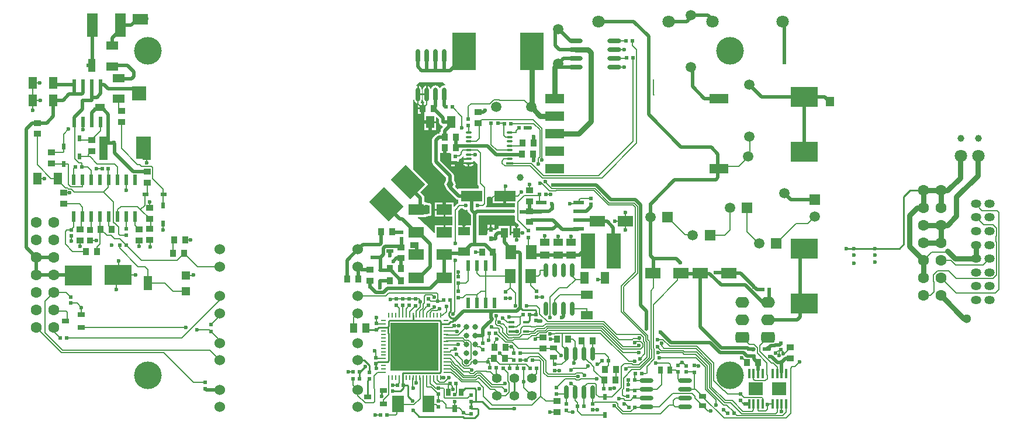
<source format=gtl>
G04 Layer_Physical_Order=1*
G04 Layer_Color=255*
%FSLAX25Y25*%
%MOIN*%
G70*
G01*
G75*
%ADD10R,0.02441X0.02284*%
%ADD11R,0.02284X0.02441*%
%ADD12R,0.05118X0.07874*%
%ADD13R,0.05118X0.05118*%
%ADD14R,0.03740X0.03740*%
%ADD15R,0.15748X0.11811*%
%ADD16R,0.04134X0.02559*%
%ADD17R,0.03543X0.03937*%
%ADD18R,0.03937X0.03543*%
%ADD19R,0.02441X0.02441*%
%ADD20R,0.04528X0.07087*%
%ADD21R,0.07087X0.04528*%
%ADD22R,0.04016X0.03150*%
%ADD23R,0.03740X0.03937*%
%ADD24R,0.04134X0.05512*%
%ADD25R,0.08661X0.06102*%
%ADD26R,0.27756X0.27756*%
%ADD27O,0.03150X0.00906*%
%ADD28O,0.00906X0.03150*%
%ADD29R,0.06102X0.02362*%
%ADD30R,0.05905X0.08071*%
%ADD31R,0.02441X0.02441*%
%ADD32R,0.12402X0.06299*%
%ADD33O,0.08000X0.02400*%
G04:AMPARAMS|DCode=34|XSize=157.48mil|YSize=118.11mil|CornerRadius=0mil|HoleSize=0mil|Usage=FLASHONLY|Rotation=135.000|XOffset=0mil|YOffset=0mil|HoleType=Round|Shape=Rectangle|*
%AMROTATEDRECTD34*
4,1,4,0.09744,-0.01392,0.01392,-0.09744,-0.09744,0.01392,-0.01392,0.09744,0.09744,-0.01392,0.0*
%
%ADD34ROTATEDRECTD34*%

%ADD35R,0.05905X0.13780*%
%ADD36R,0.03937X0.03740*%
%ADD37R,0.01968X0.03543*%
%ADD38R,0.02362X0.06102*%
%ADD39R,0.04134X0.02362*%
%ADD40R,0.02441X0.02362*%
%ADD41R,0.01772X0.05512*%
%ADD42R,0.07874X0.07283*%
%ADD43R,0.03150X0.04016*%
%ADD44O,0.02400X0.08000*%
%ADD45R,0.10827X0.05512*%
%ADD46R,0.05118X0.13780*%
%ADD47R,0.13780X0.21260*%
%ADD48R,0.05512X0.04134*%
%ADD49R,0.02559X0.04134*%
%ADD50R,0.06693X0.09449*%
%ADD51R,0.08465X0.20276*%
%ADD52O,0.03937X0.01181*%
%ADD53R,0.03937X0.01181*%
%ADD54R,0.03543X0.01968*%
%ADD55R,0.01968X0.02953*%
%ADD56R,0.03543X0.01575*%
%ADD57R,0.07087X0.04528*%
%ADD58C,0.02000*%
%ADD59C,0.01000*%
%ADD60C,0.00600*%
%ADD61C,0.00800*%
%ADD62C,0.03000*%
%ADD63R,0.02854X0.02165*%
%ADD64R,0.05020X0.05315*%
%ADD65R,0.01700X0.02000*%
%ADD66R,0.01600X0.01400*%
%ADD67R,0.02500X0.02100*%
%ADD68R,0.04500X0.12600*%
%ADD69R,0.05442X0.03291*%
%ADD70R,0.04263X0.07682*%
%ADD71R,0.07874X0.07874*%
%ADD72R,0.08611X0.05905*%
%ADD73R,0.01561X0.01600*%
%ADD74R,0.02200X0.05300*%
%ADD75R,0.04579X0.04974*%
%ADD76R,0.04700X0.03400*%
%ADD77O,0.05905X0.04724*%
%ADD78C,0.06299*%
%ADD79C,0.03937*%
%ADD80C,0.07087*%
%ADD81C,0.05905*%
%ADD82R,0.05905X0.05905*%
%ADD83C,0.05512*%
%ADD84C,0.05118*%
%ADD85C,0.06000*%
%ADD86O,0.07874X0.06299*%
G04:AMPARAMS|DCode=87|XSize=62.99mil|YSize=78.74mil|CornerRadius=15.75mil|HoleSize=0mil|Usage=FLASHONLY|Rotation=90.000|XOffset=0mil|YOffset=0mil|HoleType=Round|Shape=RoundedRectangle|*
%AMROUNDEDRECTD87*
21,1,0.06299,0.04724,0,0,90.0*
21,1,0.03150,0.07874,0,0,90.0*
1,1,0.03150,0.02362,0.01575*
1,1,0.03150,0.02362,-0.01575*
1,1,0.03150,-0.02362,-0.01575*
1,1,0.03150,-0.02362,0.01575*
%
%ADD87ROUNDEDRECTD87*%
%ADD88R,0.05905X0.05905*%
%ADD89C,0.03150*%
%ADD90C,0.15748*%
%ADD91C,0.02362*%
G36*
X217783Y109283D02*
X218571Y108757D01*
X219500Y108572D01*
X220207Y108713D01*
X220411Y108546D01*
X220582Y107687D01*
X221068Y106960D01*
X222357Y105671D01*
Y99775D01*
X218900D01*
Y96511D01*
X217900D01*
Y99775D01*
X215031D01*
Y107824D01*
X216576Y109369D01*
X217726D01*
X217783Y109283D01*
D02*
G37*
G36*
X242446Y112450D02*
X247490D01*
Y110405D01*
X247103Y110088D01*
X246400Y110228D01*
X245472Y110043D01*
X231003D01*
X230812Y110505D01*
X231153Y110846D01*
X231507Y111376D01*
X231631Y112000D01*
Y115833D01*
X234745D01*
Y112450D01*
X241446D01*
Y116600D01*
X242446D01*
Y112450D01*
D02*
G37*
G36*
X207850Y141032D02*
X210221D01*
Y141032D01*
X210380D01*
X210579Y140831D01*
Y140831D01*
X211080D01*
Y136909D01*
X211280D01*
Y136050D01*
X215721D01*
Y136909D01*
X215920D01*
Y137793D01*
X216424Y137893D01*
X216953Y138247D01*
X217745Y139038D01*
X218074Y139005D01*
X218288Y138553D01*
X218110Y138287D01*
X218086Y138167D01*
X220987D01*
Y137167D01*
X218086D01*
X218110Y137046D01*
X218462Y136520D01*
Y136314D01*
X218110Y135787D01*
X218086Y135667D01*
X223887D01*
X223863Y135787D01*
X223600Y136180D01*
X223809Y136635D01*
X224065Y136665D01*
X226169Y134732D01*
Y123700D01*
X226293Y123076D01*
X226646Y122547D01*
X226840Y122353D01*
Y120950D01*
X215253D01*
Y120572D01*
X214792Y120381D01*
X213327Y121845D01*
X213587Y122473D01*
X213696Y123300D01*
X213587Y124127D01*
X213268Y124898D01*
X212760Y125560D01*
X212743Y125573D01*
Y128000D01*
X212572Y128858D01*
X212086Y129586D01*
X204743Y136929D01*
Y141032D01*
X206850D01*
Y144000D01*
X207850D01*
Y141032D01*
D02*
G37*
G36*
X207792Y180120D02*
X207565Y179674D01*
X207200Y179747D01*
X206264Y179561D01*
X205470Y179030D01*
X204950Y178252D01*
X204450D01*
X203930Y179030D01*
X203136Y179561D01*
X202200Y179747D01*
X201264Y179561D01*
X200470Y179030D01*
X199939Y178236D01*
X199848Y177778D01*
X199348D01*
X199272Y178158D01*
X198786Y178886D01*
X198058Y179372D01*
X197700Y179444D01*
Y174500D01*
X197200D01*
Y174000D01*
X194957D01*
Y171700D01*
X195128Y170842D01*
X195614Y170114D01*
X195714Y170047D01*
X195569Y169569D01*
X195350D01*
Y166600D01*
Y163631D01*
X195931D01*
Y163343D01*
X195931D01*
Y159300D01*
X202458D01*
Y161466D01*
X202920Y161657D01*
X204235Y160343D01*
Y158800D01*
X204406Y157942D01*
X204892Y157214D01*
X205620Y156728D01*
X206302Y156592D01*
X206447Y156114D01*
X205764Y155431D01*
X205278Y154703D01*
X205107Y153845D01*
Y153168D01*
X204379D01*
Y152243D01*
X204000D01*
X203142Y152072D01*
X202414Y151586D01*
X200914Y150086D01*
X200428Y149358D01*
X200257Y148500D01*
Y136000D01*
X200428Y135142D01*
X200914Y134414D01*
X208257Y127071D01*
Y125573D01*
X208240Y125560D01*
X207732Y124898D01*
X207413Y124127D01*
X207304Y123300D01*
X207413Y122473D01*
X207732Y121702D01*
X208240Y121040D01*
X208368Y120942D01*
X208428Y120642D01*
X208914Y119914D01*
X213814Y115014D01*
X214542Y114528D01*
X215253Y114386D01*
Y112492D01*
X214746Y112153D01*
X212964Y110371D01*
X212502Y110562D01*
Y112851D01*
X207671D01*
Y108800D01*
Y104749D01*
X211769D01*
Y99951D01*
X207671D01*
Y95900D01*
X206671D01*
Y99951D01*
X201840D01*
Y95757D01*
X201382Y95556D01*
X196560Y99986D01*
Y100151D01*
X196381D01*
X192891Y103357D01*
X192101Y104083D01*
X192283Y104549D01*
X196560D01*
Y104586D01*
X196946Y104903D01*
X197099Y104873D01*
X198028Y105058D01*
X198245Y105202D01*
X198600D01*
X199068Y105296D01*
X199465Y105561D01*
X199730Y105958D01*
X199823Y106426D01*
Y111400D01*
X199730Y111868D01*
X199465Y112265D01*
X199068Y112530D01*
X198600Y112624D01*
X198158D01*
X198129Y112643D01*
X197200Y112828D01*
X196904Y112769D01*
X196560Y113051D01*
Y113051D01*
X195843D01*
Y115500D01*
X195843Y115500D01*
X195843Y115500D01*
Y115500D01*
X195843D01*
X195843Y115500D01*
X195672Y116358D01*
X195186Y117086D01*
X193552Y118720D01*
X198041Y123208D01*
X189496Y131753D01*
Y140786D01*
Y171466D01*
X189994Y171515D01*
X190128Y170842D01*
X190614Y170114D01*
X191342Y169628D01*
X191980Y169501D01*
Y167100D01*
X194350D01*
Y169569D01*
X193831D01*
X193686Y170047D01*
X193786Y170114D01*
X194272Y170842D01*
X194443Y171700D01*
Y174000D01*
X192200D01*
Y174500D01*
X191700D01*
Y179444D01*
X191502Y179404D01*
X191276Y179850D01*
X192891Y181334D01*
X206471D01*
X207792Y180120D01*
D02*
G37*
G36*
X246400Y105372D02*
X247103Y105512D01*
X247490Y105195D01*
Y102823D01*
X247606Y102238D01*
X247937Y101741D01*
X249861Y99818D01*
X249670Y99356D01*
X248900D01*
Y95600D01*
X248400D01*
Y95100D01*
X245333D01*
Y94000D01*
X244580D01*
Y99556D01*
X238047D01*
Y97843D01*
X237900D01*
X237042Y97672D01*
X236314Y97186D01*
X236146Y97018D01*
X235921Y97112D01*
X231716D01*
Y95135D01*
X231716D01*
Y94976D01*
X231516Y94776D01*
X231516D01*
Y94000D01*
X226843D01*
Y105557D01*
X245472D01*
X246400Y105372D01*
D02*
G37*
%LPC*%
G36*
X215721Y135050D02*
X214000D01*
Y133408D01*
X215721D01*
Y135050D01*
D02*
G37*
G36*
X213000D02*
X211280D01*
Y133408D01*
X213000D01*
Y135050D01*
D02*
G37*
G36*
X223887Y134667D02*
X221487D01*
Y133545D01*
X222365D01*
X222985Y133669D01*
X223511Y134020D01*
X223863Y134546D01*
X223887Y134667D01*
D02*
G37*
G36*
X220487D02*
X218086D01*
X218110Y134546D01*
X218462Y134020D01*
X218988Y133669D01*
X219609Y133545D01*
X220487D01*
Y134667D01*
D02*
G37*
G36*
X206671Y112851D02*
X201840D01*
Y109300D01*
X206671D01*
Y112851D01*
D02*
G37*
G36*
Y108300D02*
X201840D01*
Y104749D01*
X206671D01*
Y108300D01*
D02*
G37*
G36*
X194350Y166100D02*
X191980D01*
Y163631D01*
X194350D01*
Y166100D01*
D02*
G37*
G36*
X202458Y158300D02*
X199695D01*
Y154257D01*
X202458D01*
Y158300D01*
D02*
G37*
G36*
X196700Y179444D02*
X196342Y179372D01*
X195614Y178886D01*
X195128Y178158D01*
X194957Y177300D01*
Y175000D01*
X196700D01*
Y179444D01*
D02*
G37*
G36*
X192700D02*
Y175000D01*
X194443D01*
Y177300D01*
X194272Y178158D01*
X193786Y178886D01*
X193058Y179372D01*
X192700Y179444D01*
D02*
G37*
G36*
X198695Y158300D02*
X195931D01*
Y154257D01*
X198695D01*
Y158300D01*
D02*
G37*
G36*
X247900Y99356D02*
X245333D01*
Y96100D01*
X247900D01*
Y99356D01*
D02*
G37*
G36*
X233200Y100088D02*
X231716D01*
Y98112D01*
X233200D01*
Y100088D01*
D02*
G37*
G36*
X235684D02*
X234200D01*
Y98112D01*
X235684D01*
Y100088D01*
D02*
G37*
%LPD*%
D10*
X198000Y54250D02*
D03*
Y57950D02*
D03*
X25900Y97850D02*
D03*
Y94150D02*
D03*
X229300Y32400D02*
D03*
Y28699D02*
D03*
X215300Y66800D02*
D03*
Y70501D02*
D03*
X70900Y10150D02*
D03*
Y6450D02*
D03*
X315800Y5550D02*
D03*
Y1850D02*
D03*
X311800Y1999D02*
D03*
Y5700D02*
D03*
X164443Y12146D02*
D03*
Y15846D02*
D03*
X74000Y39299D02*
D03*
Y43000D02*
D03*
X190900Y53950D02*
D03*
Y57650D02*
D03*
X187300Y54100D02*
D03*
Y57801D02*
D03*
X183600Y54100D02*
D03*
Y57801D02*
D03*
X179900Y54100D02*
D03*
Y57801D02*
D03*
X349700Y15950D02*
D03*
Y19650D02*
D03*
X213500Y135550D02*
D03*
Y139250D02*
D03*
X276900Y-6001D02*
D03*
Y-2300D02*
D03*
X271200Y7250D02*
D03*
Y3550D02*
D03*
X220900Y160350D02*
D03*
Y156650D02*
D03*
X255300Y96650D02*
D03*
Y92950D02*
D03*
X215300Y58450D02*
D03*
Y62150D02*
D03*
X399300Y28850D02*
D03*
Y32550D02*
D03*
X376000Y-301D02*
D03*
Y3400D02*
D03*
D11*
X210450Y57200D02*
D03*
X206750D02*
D03*
X25750Y88600D02*
D03*
X22050D02*
D03*
X392550Y63200D02*
D03*
X388850D02*
D03*
X255917Y48959D02*
D03*
X252216D02*
D03*
X208050Y167400D02*
D03*
X211750D02*
D03*
X310700Y205300D02*
D03*
X314401D02*
D03*
X311050Y195600D02*
D03*
X314750D02*
D03*
X237650Y158000D02*
D03*
X233950D02*
D03*
X241400Y157900D02*
D03*
X245101D02*
D03*
X298099Y6500D02*
D03*
X301800D02*
D03*
X319700Y15200D02*
D03*
X315999D02*
D03*
X315750Y11500D02*
D03*
X312050D02*
D03*
X253800Y22800D02*
D03*
X257501D02*
D03*
X232800Y38300D02*
D03*
X236501D02*
D03*
X240699Y18300D02*
D03*
X244400D02*
D03*
X259900Y18100D02*
D03*
X256199D02*
D03*
X252550Y18200D02*
D03*
X248850D02*
D03*
X236800Y18400D02*
D03*
X233099D02*
D03*
X-11811Y35433D02*
D03*
X-8110D02*
D03*
X372400Y-7400D02*
D03*
X368699D02*
D03*
X250400Y22900D02*
D03*
X246699D02*
D03*
X250500Y26700D02*
D03*
X246799D02*
D03*
X282984Y-3470D02*
D03*
X286685D02*
D03*
X300750Y22600D02*
D03*
X297050D02*
D03*
X261550Y117400D02*
D03*
X265250D02*
D03*
X158900Y12100D02*
D03*
X155199D02*
D03*
D12*
X38173Y66700D02*
D03*
D13*
X59827Y71228D02*
D03*
Y62172D02*
D03*
D14*
X5300Y91298D02*
D03*
Y97203D02*
D03*
D15*
X412402Y55118D02*
D03*
Y141732D02*
D03*
Y173228D02*
D03*
Y86614D02*
D03*
X-1400Y71200D02*
D03*
X21200Y71400D02*
D03*
D16*
X-8929Y45216D02*
D03*
X126Y48956D02*
D03*
Y41476D02*
D03*
X172628Y-2040D02*
D03*
Y5440D02*
D03*
X163572Y1700D02*
D03*
D17*
X207350Y150000D02*
D03*
X213650D02*
D03*
X176150Y68100D02*
D03*
X182450D02*
D03*
X271350Y34700D02*
D03*
X277650D02*
D03*
X59399Y91600D02*
D03*
X53100D02*
D03*
X176050Y75000D02*
D03*
X182350D02*
D03*
X304999Y17500D02*
D03*
X298700D02*
D03*
X151801Y69000D02*
D03*
X158100D02*
D03*
X177400Y96200D02*
D03*
X171101D02*
D03*
X17592Y97625D02*
D03*
X11293D02*
D03*
X9250Y84700D02*
D03*
X2950D02*
D03*
D18*
X39200Y109750D02*
D03*
Y103450D02*
D03*
X33200Y91100D02*
D03*
Y97399D02*
D03*
X-10000Y112200D02*
D03*
Y118499D02*
D03*
X23000Y165050D02*
D03*
Y158750D02*
D03*
X164800Y74550D02*
D03*
Y68250D02*
D03*
X-24816Y151981D02*
D03*
Y158280D02*
D03*
X37800Y130599D02*
D03*
Y124300D02*
D03*
X6200Y142250D02*
D03*
Y148550D02*
D03*
X-16700Y135150D02*
D03*
Y141450D02*
D03*
X255900Y107950D02*
D03*
Y101650D02*
D03*
D19*
X203900Y3328D02*
D03*
Y6872D02*
D03*
X290900Y115243D02*
D03*
Y111700D02*
D03*
X270300Y16828D02*
D03*
Y20372D02*
D03*
X259700Y62243D02*
D03*
Y58700D02*
D03*
X340400Y19672D02*
D03*
Y16128D02*
D03*
X345200Y19572D02*
D03*
Y16028D02*
D03*
X203800Y-428D02*
D03*
Y-3972D02*
D03*
X-5500Y97272D02*
D03*
Y93728D02*
D03*
X259500Y48872D02*
D03*
Y45328D02*
D03*
X212900Y45972D02*
D03*
Y42428D02*
D03*
X168500Y40128D02*
D03*
Y43672D02*
D03*
X168300Y20728D02*
D03*
Y24272D02*
D03*
X182900Y95743D02*
D03*
Y92200D02*
D03*
X242200Y58228D02*
D03*
Y61772D02*
D03*
X-5906Y55315D02*
D03*
Y58858D02*
D03*
X222400Y-7772D02*
D03*
Y-4228D02*
D03*
X291900Y-5600D02*
D03*
Y-2057D02*
D03*
D20*
X-13100Y126600D02*
D03*
X-24911D02*
D03*
X287094Y69800D02*
D03*
X298905D02*
D03*
X-15748Y171260D02*
D03*
X-27559D02*
D03*
X211005Y158800D02*
D03*
X199195D02*
D03*
X-15748Y181102D02*
D03*
X-27559D02*
D03*
D21*
X218400Y84700D02*
D03*
Y96511D02*
D03*
X288600Y60300D02*
D03*
Y48489D02*
D03*
D22*
X354600Y2018D02*
D03*
Y-3100D02*
D03*
X269500Y24582D02*
D03*
Y29700D02*
D03*
D23*
X228650Y84400D02*
D03*
X234950D02*
D03*
X207350Y144000D02*
D03*
X213650D02*
D03*
X298550Y11400D02*
D03*
X304850D02*
D03*
X52500Y83800D02*
D03*
X58799D02*
D03*
X194850Y166600D02*
D03*
X201150D02*
D03*
X251500Y140500D02*
D03*
X257799D02*
D03*
X257999Y146800D02*
D03*
X251700D02*
D03*
X291650Y33700D02*
D03*
X285350D02*
D03*
X241999Y30200D02*
D03*
X235700D02*
D03*
X241850Y23800D02*
D03*
X235550D02*
D03*
X386099Y21400D02*
D03*
X379800D02*
D03*
D24*
X248400Y95600D02*
D03*
X241313D02*
D03*
X155400Y41200D02*
D03*
X162487D02*
D03*
D25*
X310642Y102200D02*
D03*
X294500D02*
D03*
X191029Y83100D02*
D03*
X207171D02*
D03*
X191029Y69900D02*
D03*
X207171D02*
D03*
X207171Y95900D02*
D03*
X191029D02*
D03*
X207171Y108800D02*
D03*
X191029D02*
D03*
X353229Y72400D02*
D03*
X369371D02*
D03*
X326129Y72500D02*
D03*
X342271D02*
D03*
D26*
X190300Y30600D02*
D03*
D27*
X208016Y15836D02*
D03*
Y17805D02*
D03*
Y19773D02*
D03*
Y21742D02*
D03*
Y23710D02*
D03*
Y25679D02*
D03*
Y27647D02*
D03*
Y29616D02*
D03*
Y31584D02*
D03*
Y33553D02*
D03*
Y35521D02*
D03*
Y37490D02*
D03*
Y39458D02*
D03*
Y41427D02*
D03*
Y43395D02*
D03*
Y45364D02*
D03*
X172583D02*
D03*
Y43395D02*
D03*
Y41427D02*
D03*
Y39458D02*
D03*
Y37490D02*
D03*
Y35521D02*
D03*
Y33553D02*
D03*
Y31584D02*
D03*
Y29616D02*
D03*
Y27647D02*
D03*
Y25679D02*
D03*
Y23710D02*
D03*
Y21742D02*
D03*
Y19773D02*
D03*
Y17805D02*
D03*
Y15836D02*
D03*
D28*
X205064Y48316D02*
D03*
X203095D02*
D03*
X201127D02*
D03*
X199158D02*
D03*
X197190D02*
D03*
X195221D02*
D03*
X193253D02*
D03*
X191284D02*
D03*
X189316D02*
D03*
X187347D02*
D03*
X185379D02*
D03*
X183410D02*
D03*
X181442D02*
D03*
X179473D02*
D03*
X177505D02*
D03*
X175536D02*
D03*
Y12883D02*
D03*
X177505D02*
D03*
X179473D02*
D03*
X181442D02*
D03*
X183410D02*
D03*
X185379D02*
D03*
X187347D02*
D03*
X189316D02*
D03*
X191284D02*
D03*
X193253D02*
D03*
X195221D02*
D03*
X197190D02*
D03*
X199158D02*
D03*
X201127D02*
D03*
X203095D02*
D03*
X205064D02*
D03*
D29*
X283830Y97700D02*
D03*
Y102700D02*
D03*
Y107700D02*
D03*
Y112700D02*
D03*
X262570Y97700D02*
D03*
Y102700D02*
D03*
Y107700D02*
D03*
Y112700D02*
D03*
D30*
X256505Y70700D02*
D03*
X244694D02*
D03*
X245100Y84500D02*
D03*
X256911D02*
D03*
D31*
X12028Y132300D02*
D03*
X15572D02*
D03*
X400Y133000D02*
D03*
X-3143D02*
D03*
X249857Y155400D02*
D03*
X253400D02*
D03*
X170928Y-8600D02*
D03*
X174472D02*
D03*
X155128Y16000D02*
D03*
X158672D02*
D03*
X312428Y-4100D02*
D03*
X315972D02*
D03*
X183872Y8600D02*
D03*
X180328D02*
D03*
X213943Y9400D02*
D03*
X210400D02*
D03*
D32*
X241946Y116600D02*
D03*
X222654D02*
D03*
D33*
X304100Y190100D02*
D03*
X282100Y205100D02*
D03*
Y190100D02*
D03*
X304100Y205100D02*
D03*
Y200100D02*
D03*
Y195100D02*
D03*
X282100Y200100D02*
D03*
Y195100D02*
D03*
X344330Y-3935D02*
D03*
X322330Y11065D02*
D03*
Y-3935D02*
D03*
X344330Y11065D02*
D03*
Y6065D02*
D03*
Y1065D02*
D03*
X322330Y6065D02*
D03*
Y1065D02*
D03*
D34*
X186600Y124600D02*
D03*
X174000Y111900D02*
D03*
D35*
X22542Y214100D02*
D03*
X6400D02*
D03*
D36*
X182600Y87300D02*
D03*
Y81001D02*
D03*
X263400Y35650D02*
D03*
Y29350D02*
D03*
X404400Y30050D02*
D03*
Y23750D02*
D03*
X255900Y119850D02*
D03*
Y113550D02*
D03*
X226378Y158268D02*
D03*
Y164567D02*
D03*
X39300Y97650D02*
D03*
Y91350D02*
D03*
X-600Y91250D02*
D03*
Y97550D02*
D03*
X271400Y-6950D02*
D03*
Y-650D02*
D03*
D37*
X298900Y-8518D02*
D03*
Y1718D02*
D03*
X-9800Y144918D02*
D03*
Y134682D02*
D03*
X46700Y100764D02*
D03*
Y111000D02*
D03*
X-800Y149318D02*
D03*
Y139082D02*
D03*
D38*
X-3700Y158870D02*
D03*
X1300D02*
D03*
X6300D02*
D03*
X11300D02*
D03*
X-3700Y180130D02*
D03*
X1300D02*
D03*
X6300D02*
D03*
X11300D02*
D03*
X-4100Y125930D02*
D03*
X900D02*
D03*
X30900Y104670D02*
D03*
Y125930D02*
D03*
X25900D02*
D03*
X20900D02*
D03*
X15900D02*
D03*
X10900D02*
D03*
X5900D02*
D03*
X25900Y104670D02*
D03*
X20900D02*
D03*
X15900D02*
D03*
X10900D02*
D03*
X5900D02*
D03*
X900D02*
D03*
X-4100D02*
D03*
X235800Y76860D02*
D03*
X230800D02*
D03*
X225800D02*
D03*
X220800D02*
D03*
X235800Y55600D02*
D03*
X230800D02*
D03*
X225800D02*
D03*
X220800D02*
D03*
D39*
X167145Y88840D02*
D03*
Y81360D02*
D03*
X176200Y85100D02*
D03*
D40*
X222400Y2922D02*
D03*
Y-700D02*
D03*
D41*
X394461Y-2261D02*
D03*
X397021D02*
D03*
X399580D02*
D03*
X402139D02*
D03*
Y15061D02*
D03*
X399580D02*
D03*
X397021D02*
D03*
X394461D02*
D03*
X381061D02*
D03*
X383621D02*
D03*
X386179D02*
D03*
X388739D02*
D03*
Y-2261D02*
D03*
X386179D02*
D03*
X383621D02*
D03*
X381061D02*
D03*
D42*
X398300Y6400D02*
D03*
X384900D02*
D03*
D43*
X330641Y17300D02*
D03*
X335759D02*
D03*
D44*
X192200Y174500D02*
D03*
X207200Y196500D02*
D03*
X192200D02*
D03*
X207200Y174500D02*
D03*
X202200D02*
D03*
X197200D02*
D03*
X202200Y196500D02*
D03*
X197200D02*
D03*
X291835Y26530D02*
D03*
X276835Y4530D02*
D03*
X291835D02*
D03*
X276835Y26530D02*
D03*
X281835D02*
D03*
X286835D02*
D03*
X281835Y4530D02*
D03*
X286835D02*
D03*
X270100Y74300D02*
D03*
X275100D02*
D03*
X270100Y52300D02*
D03*
X275100D02*
D03*
X280100D02*
D03*
X265100Y74300D02*
D03*
X280100D02*
D03*
X265100Y52300D02*
D03*
D45*
X270248Y172300D02*
D03*
Y162300D02*
D03*
Y152300D02*
D03*
Y142300D02*
D03*
Y132300D02*
D03*
X363752D02*
D03*
Y172300D02*
D03*
D46*
X37503Y143800D02*
D03*
X12700D02*
D03*
D47*
X218417Y199000D02*
D03*
X257000D02*
D03*
D48*
X264481Y90043D02*
D03*
Y82957D02*
D03*
X279481Y90043D02*
D03*
Y82957D02*
D03*
X272081Y89987D02*
D03*
Y82900D02*
D03*
D49*
X216832Y4510D02*
D03*
X209352D02*
D03*
X213092Y-4939D02*
D03*
D50*
X180839Y-2200D02*
D03*
X198161D02*
D03*
D51*
X289200Y85000D02*
D03*
X303800D02*
D03*
D52*
X220987Y152667D02*
D03*
Y150167D02*
D03*
Y147667D02*
D03*
Y145167D02*
D03*
Y142667D02*
D03*
Y140167D02*
D03*
Y137667D02*
D03*
Y135167D02*
D03*
X244609Y152667D02*
D03*
Y150167D02*
D03*
Y147667D02*
D03*
Y145167D02*
D03*
Y142667D02*
D03*
Y140167D02*
D03*
Y137667D02*
D03*
D53*
Y135167D02*
D03*
D54*
X36964Y117400D02*
D03*
X47200D02*
D03*
D55*
X233700Y92100D02*
D03*
Y97612D02*
D03*
D56*
X245532Y44318D02*
D03*
Y41759D02*
D03*
Y39200D02*
D03*
X253800D02*
D03*
Y44318D02*
D03*
D57*
X21600Y171994D02*
D03*
Y183806D02*
D03*
X17900Y190606D02*
D03*
Y202417D02*
D03*
D58*
X241313Y89987D02*
X246800Y84500D01*
X218028Y50800D02*
X234800D01*
X213200Y45972D02*
X218028Y50800D01*
X207350Y144000D02*
Y144300D01*
Y139106D02*
Y144000D01*
X378767Y65700D02*
X388667Y55800D01*
X365067Y65700D02*
X378767D01*
X358507Y72260D02*
X365067Y65700D01*
X391535Y29232D02*
Y29823D01*
X393775Y24900D02*
X397281Y21394D01*
X392900Y24900D02*
X393775D01*
X397281Y21394D02*
X399506D01*
X399667Y21700D02*
X401718Y23750D01*
X399300Y21700D02*
X399667D01*
X401718Y23750D02*
X404400D01*
X380913Y29200D02*
X383713D01*
X353229Y72260D02*
X358507D01*
X342571D02*
X353229D01*
Y72400D01*
Y41948D02*
Y72260D01*
X398341Y31591D02*
X399300Y32550D01*
X396018Y31591D02*
X398341D01*
X395477Y31050D02*
X396018Y31591D01*
X393354Y31050D02*
X395477D01*
X391535Y29232D02*
X393354Y31050D01*
X383582Y29069D02*
X383713Y29200D01*
X383582Y28938D02*
Y29069D01*
X364419Y27081D02*
X377852D01*
X358800Y32700D02*
X364419Y27081D01*
X380192Y29921D02*
X380913Y29200D01*
X365256Y29921D02*
X380192D01*
X336600Y32700D02*
X358800D01*
X353229Y41948D02*
X365256Y29921D01*
X377852Y27081D02*
X379733Y25200D01*
X381201Y180118D02*
X388090Y173228D01*
X412402D01*
X424213D02*
X428642Y168799D01*
X412402Y173228D02*
X424213D01*
X410039Y47343D02*
Y64173D01*
X391800Y45800D02*
X408497D01*
X410039Y47343D01*
Y64173D02*
Y84252D01*
X412402Y86614D01*
Y141732D02*
Y171900D01*
X401300Y118200D02*
X404879Y114621D01*
X418600D01*
X206000Y120000D02*
X207171Y118829D01*
X206000Y120000D02*
Y127500D01*
X199195Y134306D02*
X206000Y127500D01*
X202500Y136000D02*
X210500Y128000D01*
Y121500D02*
Y128000D01*
X199195Y134306D02*
Y158800D01*
X211005Y157500D02*
Y158800D01*
X207350Y153845D02*
X211005Y157500D01*
X207350Y150000D02*
Y153845D01*
X202500Y136000D02*
Y148500D01*
X204000Y150000D01*
X207350D01*
X213650Y144000D02*
Y150000D01*
Y144000D02*
X214816Y145167D01*
X220987D01*
X244609Y140167D02*
X251167D01*
X236833D02*
X244609D01*
X220987Y145167D02*
X231833D01*
X236833Y140167D01*
X251167D02*
X251500Y140500D01*
X206478Y158800D02*
Y161272D01*
Y158800D02*
X211005D01*
X201150Y166600D02*
X206478Y161272D01*
X210500Y121500D02*
X215400Y116600D01*
X222654D01*
Y108546D02*
Y116600D01*
X15600Y177800D02*
X31069D01*
X194850Y158800D02*
X199195D01*
X194850D02*
Y166600D01*
X229528Y164567D02*
X230315Y165354D01*
X226378Y164567D02*
X229528D01*
X216535Y131890D02*
Y132514D01*
X213500Y135550D02*
X216535Y132514D01*
X210907Y135550D02*
X213500D01*
X207350Y139106D02*
X210907Y135550D01*
X191245Y107301D02*
X193600Y109656D01*
Y115500D01*
X185800Y123300D02*
X193600Y115500D01*
X183069Y103469D02*
X191048Y95490D01*
X174200Y111100D02*
X181831Y103469D01*
X183069D01*
X250600Y52867D02*
Y83700D01*
X249800Y84500D02*
X250600Y83700D01*
X-15590Y71339D02*
X-1539D01*
X-25591D02*
X-15590D01*
X-1539D02*
X-1400Y71200D01*
X-25591Y71339D02*
Y81339D01*
X-15590D01*
X-31281Y87029D02*
X-25591Y81339D01*
X-31281Y87029D02*
Y154719D01*
X-27720Y158280D01*
X-24816D01*
X-19620D01*
X-15748Y162152D01*
Y171260D01*
X-4200Y174700D02*
X600D01*
X-6900D02*
X-4200D01*
X-3700Y175200D01*
Y180130D01*
X-15748Y181102D02*
X-14776Y180130D01*
X-3700D01*
X-15748Y171260D02*
X-10340D01*
X-6900Y174700D01*
X600D02*
X1300Y175400D01*
Y180130D01*
X13270D02*
X15600Y177800D01*
X11300Y180130D02*
X13270D01*
X6300Y172800D02*
X9100D01*
X6300D02*
Y180130D01*
Y171100D02*
Y172800D01*
X11300Y175000D02*
Y180130D01*
X9100Y172800D02*
X11300Y175000D01*
X900Y171100D02*
X6300D01*
X900Y166200D02*
Y171100D01*
X-3700Y158870D02*
Y161600D01*
X900Y166200D01*
X6400Y189000D02*
Y214100D01*
X28712Y183412D02*
X30000Y184700D01*
Y187500D01*
X26500Y191000D02*
X30000Y187500D01*
X17900Y206700D02*
X22542Y211342D01*
Y214100D01*
X28500D01*
X32200Y217800D02*
X34000D01*
X29801Y130599D02*
X37800D01*
X15600Y146700D02*
X18600D01*
X15600D02*
Y163200D01*
X12800Y166000D02*
X15600Y163200D01*
X8200Y166000D02*
X12800D01*
X6300Y164100D02*
X8200Y166000D01*
X6300Y158870D02*
Y164100D01*
X70900Y6450D02*
X71428Y5921D01*
X79130D01*
X268400Y112100D02*
X268700Y111800D01*
X269300Y122800D02*
X293771D01*
X302058Y114513D01*
X316187D01*
X319300Y111400D01*
X235800Y76860D02*
Y83550D01*
X248533Y50800D02*
X250600Y52867D01*
X212900Y45972D02*
X213200D01*
X172519Y61519D02*
X174900Y63900D01*
X168081Y61519D02*
X172519D01*
X164800Y64800D02*
X168081Y61519D01*
X264481Y82957D02*
X279481D01*
X258454D02*
X264481D01*
X256911Y84500D02*
X258454Y82957D01*
X224600Y106600D02*
X225800Y107800D01*
X246400D01*
X207190Y83679D02*
X217379D01*
X218400Y84700D01*
X222500Y88800D01*
X224600D02*
X230550D01*
X222500D02*
X224600D01*
Y106600D01*
X222654Y108546D02*
X224600Y106600D01*
X174900Y63900D02*
X199100D01*
X205099Y69899D01*
X206993D01*
X177400Y96200D02*
X177857Y95743D01*
X182900D01*
X176200Y82600D02*
Y85100D01*
X179701Y81001D02*
X182600D01*
X178000Y79300D02*
X179701Y81001D01*
X170740Y81360D02*
X172533Y83153D01*
Y86944D01*
X173470Y87881D01*
X182019D01*
X182600Y87300D01*
X171101Y89401D02*
Y96200D01*
X170540Y88840D02*
X171101Y89401D01*
X167145Y88840D02*
X170540D01*
X182600Y87300D02*
X182900Y87600D01*
Y92200D01*
X182600Y74500D02*
Y81001D01*
X164800Y64800D02*
Y68250D01*
X170600Y64300D02*
Y68000D01*
X170800Y68200D01*
X182600Y68201D02*
Y68303D01*
X176700Y74203D02*
X182600Y68303D01*
X176700Y74203D02*
Y74499D01*
X176500Y74299D02*
X176700Y74499D01*
X170600Y74299D02*
X176500D01*
X170600D02*
X170740Y74439D01*
Y81360D01*
X167145D02*
X170740D01*
X158100Y76149D02*
X159699Y74550D01*
X157970Y76279D02*
X158100Y76149D01*
X159699Y74550D02*
X164800D01*
X158100Y69000D02*
Y76149D01*
X151801Y79952D02*
X157970Y86121D01*
X151801Y69000D02*
Y79952D01*
X157970Y86121D02*
X160689Y88840D01*
X167145D01*
X274257Y210043D02*
X279200Y205100D01*
X282100D01*
X270500Y202400D02*
Y210043D01*
Y202400D02*
X272800Y200100D01*
X282100D01*
X275242Y195100D02*
X282100D01*
X256643Y167500D02*
X257000Y167142D01*
X257999Y146800D02*
Y150399D01*
X253400Y155400D02*
X256100D01*
X201150Y166600D02*
Y166600D01*
X207200Y168250D02*
X208050Y167400D01*
X207200Y168250D02*
Y174500D01*
Y188300D02*
X210400D01*
X201600D02*
X207200D01*
Y196500D01*
X197000Y188300D02*
X201600D01*
X202200Y188900D01*
Y196500D01*
X194300Y188300D02*
X197000D01*
X197200Y188500D01*
Y196500D01*
X218417Y196317D02*
Y199000D01*
X210400Y188300D02*
X218417Y196317D01*
X192200Y190400D02*
X194300Y188300D01*
X192200Y190400D02*
Y196500D01*
X201150Y166600D02*
X202200Y167650D01*
Y174500D01*
X348900Y219800D02*
X357600D01*
X336500Y216300D02*
X345400D01*
X348900Y179000D02*
X355600Y172300D01*
X363752D01*
X191048Y83679D02*
X191400Y84031D01*
Y89100D01*
X194895Y107301D02*
X197099D01*
X192799Y69899D02*
X199100Y76200D01*
X190851Y69899D02*
X192799D01*
X206993Y83482D02*
X207190Y83679D01*
X206993Y69899D02*
Y83482D01*
X255900Y107950D02*
X261920D01*
X255900D02*
Y113550D01*
X230550Y88800D02*
X234950Y84400D01*
X235800Y83550D01*
X224900Y36800D02*
X229300D01*
X319300Y54100D02*
X322500Y50900D01*
X319300Y54100D02*
Y111400D01*
X324700Y112100D02*
X325000D01*
X338600Y125700D01*
X362000D01*
X363300Y127000D01*
X359400Y144500D02*
X363300Y140600D01*
X342200Y144500D02*
X359400D01*
X323700Y163000D02*
X342200Y144500D01*
X296500Y216300D02*
X315100D01*
X323700Y207700D01*
Y163000D02*
Y207700D01*
X246800Y84500D02*
X249800D01*
X241313Y89987D02*
Y95600D01*
X237900D02*
X241313D01*
X236500Y92100D02*
Y94200D01*
X233700Y92100D02*
X236500D01*
Y94200D02*
X237900Y95600D01*
X190041Y89100D02*
X191400D01*
X188667Y87726D02*
X190041Y89100D01*
X191048Y95490D02*
X192710D01*
X199100Y89100D01*
Y76200D02*
Y89100D01*
X383800Y23400D02*
Y25200D01*
X386106Y17300D02*
Y21094D01*
X399506Y15900D02*
Y21394D01*
X383800Y23400D02*
X386106Y21094D01*
X379733Y25200D02*
X383800D01*
X330400Y38900D02*
X336600Y32700D01*
X322500Y40628D02*
Y50900D01*
Y40628D02*
X322572Y40700D01*
X322600D01*
X232848Y44481D02*
X232981D01*
X229300Y40933D02*
X232848Y44481D01*
X229300Y36800D02*
Y40933D01*
X232981Y44481D02*
X234519Y46019D01*
X238233Y50800D02*
X248533D01*
X234519Y46019D02*
Y46348D01*
X233919Y46948D02*
X234519Y46348D01*
X233919Y46948D02*
Y49919D01*
X234800Y50800D02*
X234881Y50881D01*
X238152D01*
X238233Y50800D01*
X233919Y49919D02*
X234800Y50800D01*
X388667Y55800D02*
X391800D01*
X275100Y47700D02*
Y52300D01*
X274500Y47100D02*
X275100Y47700D01*
X274400Y97600D02*
X283530D01*
X262570Y97700D02*
X269300D01*
X271500Y99900D01*
X256200Y102000D02*
X256900Y102700D01*
X262570D01*
X269300D01*
X274400Y97600D01*
X262570Y107700D02*
X266900D01*
X268500Y109300D01*
X261920Y107950D02*
X262370Y107500D01*
X251100D02*
X262370D01*
X268700Y109300D02*
Y111800D01*
X283830Y107700D02*
X288000D01*
X290700Y110400D01*
X290900D02*
Y111700D01*
X283830Y102700D02*
X293900D01*
X300000Y102200D02*
X303600Y98600D01*
X294500Y102200D02*
X300000D01*
X293900Y102700D02*
X294200Y103000D01*
X303600Y90300D02*
Y98600D01*
X286500Y85000D02*
X289200D01*
X284500Y83000D02*
X286500Y85000D01*
X279481Y82957D02*
X284500D01*
X341900Y71300D02*
X342571Y71971D01*
Y72260D01*
X326300Y72700D02*
X326429Y72829D01*
X324700Y104400D02*
Y112100D01*
X385600Y63200D02*
X388850D01*
X384500Y64300D02*
X385600Y63200D01*
X392550Y57950D02*
Y63200D01*
X392200Y57600D02*
X392550Y57950D01*
X326129Y72500D02*
X327100D01*
X376200Y72400D02*
X383800Y64800D01*
X369371Y72400D02*
X376200D01*
X383700Y64700D02*
X383800Y64600D01*
X324700Y82500D02*
Y104400D01*
X325400Y81900D02*
X326429Y80871D01*
Y72829D02*
Y80871D01*
X324700Y82500D02*
X325350Y81850D01*
X326429Y80871D02*
X339429D01*
X341700Y78600D01*
X361900Y72800D02*
X368200D01*
X368400Y72600D01*
X19300Y141100D02*
X29801Y130599D01*
X19300Y141100D02*
Y146500D01*
X18600Y146700D02*
X18850Y146950D01*
X17900Y202024D02*
Y202417D01*
Y206700D01*
X28500Y214100D02*
X30350Y215950D01*
X345400Y216300D02*
X348900Y219800D01*
X357600D02*
X361100Y216300D01*
X270500Y210043D02*
X274257D01*
X348900Y179000D02*
Y190272D01*
X17900Y191000D02*
X26500D01*
X21600Y183412D02*
X28712D01*
X401100Y195800D02*
Y216300D01*
X30350Y215950D02*
X32200Y217800D01*
X369085Y72115D02*
X369300Y71900D01*
X363300Y127000D02*
Y132300D01*
Y140600D01*
X272100Y190100D02*
X282100D01*
X272100Y191957D02*
X275242Y195100D01*
X258050Y136950D02*
Y140500D01*
X207171Y108800D02*
Y118829D01*
X170800Y68200D02*
X176700D01*
D59*
X222400Y-4700D02*
X225900D01*
X183410Y8600D02*
Y12883D01*
X212169Y46703D02*
X212900Y45972D01*
X211079Y46703D02*
X212169D01*
X209743Y48039D02*
X211079Y46703D01*
X209743Y48039D02*
Y49929D01*
X210681Y50867D01*
Y56969D01*
X210450Y57200D02*
X210681Y56969D01*
X222400Y-4228D02*
Y-700D01*
Y-4700D02*
Y-4228D01*
X182235Y5135D02*
X183872Y6772D01*
X177865Y5135D02*
X182235D01*
X225019Y-119D02*
Y6081D01*
Y-119D02*
X225600Y-700D01*
X224400Y6700D02*
X225019Y6081D01*
X219022Y6700D02*
X224400D01*
X204634Y15622D02*
X205278Y16266D01*
X183400Y15622D02*
X204634D01*
X247300Y2400D02*
Y12400D01*
X232800Y-4800D02*
X247100D01*
X228700Y-700D02*
X232800Y-4800D01*
X225600Y-700D02*
X228700D01*
X225900Y-4700D02*
X226400Y-5200D01*
X189500Y-6000D02*
X192881Y-9381D01*
X186500Y2000D02*
X189100Y-600D01*
X186500Y2000D02*
Y8100D01*
X186000Y8600D02*
X186500Y8100D01*
X183872Y8600D02*
X186000D01*
X175322Y22400D02*
Y38100D01*
X175258Y38164D02*
X175322Y38100D01*
X175258Y38164D02*
Y40895D01*
X174727Y41427D02*
X175258Y40895D01*
X216832Y4510D02*
X219022Y6700D01*
X222400Y-700D02*
X225600D01*
X168300Y18100D02*
Y20728D01*
Y18100D02*
X168400Y18000D01*
X159000Y16000D02*
X162000Y19000D01*
X158672Y16000D02*
X159000D01*
X172583Y21742D02*
X174664D01*
X169313D02*
X172583D01*
X174664D02*
X175322Y22400D01*
X205278Y43391D02*
X205283Y43395D01*
X205278Y16266D02*
Y43391D01*
X183410Y12883D02*
Y15612D01*
X183400Y15622D02*
X183410Y15612D01*
X171600Y4413D02*
X172628Y5440D01*
X171600Y2100D02*
Y4413D01*
X183872Y6772D02*
Y8600D01*
X157970Y22779D02*
X161621D01*
X164443Y19957D01*
Y15846D02*
Y19957D01*
X163572Y11275D02*
X164443Y12146D01*
X163572Y1700D02*
Y11275D01*
X158672Y12328D02*
X158900Y12100D01*
X158672Y12328D02*
Y16000D01*
X168300Y20728D02*
X169313Y21742D01*
X209366Y43395D02*
X210771Y44800D01*
X211728D02*
X212900Y45972D01*
X210771Y44800D02*
X211728D01*
X208016Y43395D02*
X209366D01*
X162487Y41200D02*
X163558Y40128D01*
X168500D01*
X169723Y41351D01*
X172508D01*
X172583Y41427D01*
X189368Y45642D02*
X203600D01*
Y45578D02*
X204634D01*
X205278Y44934D01*
Y43400D02*
Y44934D01*
Y43400D02*
X205283Y43395D01*
X208016D01*
X189316Y45694D02*
X189368Y45642D01*
X172583Y41427D02*
X174727D01*
X175322Y42022D01*
Y44934D01*
X175966Y45578D01*
X189200D01*
X189316Y45694D01*
Y48316D01*
X255917Y45509D02*
Y48959D01*
X250600Y52867D02*
X251948Y51519D01*
X255917Y48959D02*
X259413D01*
X217800Y-9381D02*
X218511Y-10092D01*
X224408D02*
X226400Y-8100D01*
X218511Y-10092D02*
X224408D01*
X192881Y-9381D02*
X217800D01*
X226400Y-8100D02*
Y-5200D01*
X253800Y44318D02*
X254725D01*
X255917Y45509D01*
X251948Y51519D02*
X259081D01*
X259500Y51100D01*
Y48872D02*
Y51100D01*
X472904Y119804D02*
X480315D01*
X469300Y116200D02*
X472904Y119804D01*
X469300Y89200D02*
Y116200D01*
X466714Y86614D02*
X469300Y89200D01*
X440945Y86614D02*
X466714D01*
X436314D02*
X440945D01*
D60*
X206151Y48316D02*
X208400Y50566D01*
X205064Y48316D02*
X206151D01*
X208400Y50566D02*
Y53600D01*
X203581Y57081D02*
Y60516D01*
X200308Y59992D02*
X201500Y58800D01*
X196407Y59992D02*
X200308D01*
X203150Y56650D02*
X203581Y57081D01*
X202905Y61192D02*
X203581Y60516D01*
X175571Y61192D02*
X202905D01*
X203400Y56400D02*
X205950D01*
X199550D02*
X203400D01*
X204200Y52200D02*
X204600D01*
X200700Y52300D02*
X201600Y53200D01*
X199800Y52300D02*
X200700D01*
X197190Y49690D02*
X199800Y52300D01*
X205950Y56400D02*
X206750Y57200D01*
X196200Y52450D02*
X198000Y54250D01*
X196200Y52103D02*
Y52450D01*
X195221Y51124D02*
X196200Y52103D01*
X195221Y48316D02*
Y51124D01*
X198000Y57950D02*
X199550Y56400D01*
X195681Y59267D02*
X196407Y59992D01*
X195681Y55438D02*
Y59267D01*
X173700Y59321D02*
X175571Y61192D01*
X197190Y48316D02*
Y49690D01*
X195000Y54757D02*
X195681Y55438D01*
X195000Y52600D02*
Y54757D01*
X193253Y50853D02*
X195000Y52600D01*
X192750Y57650D02*
X193600Y56800D01*
Y56300D02*
Y56800D01*
X64028Y71228D02*
X64200Y71400D01*
X59827Y71228D02*
X64028D01*
X38173Y66700D02*
X47900D01*
X52428Y62172D01*
X59827D01*
X38173Y66700D02*
Y74527D01*
X36500Y76200D02*
X38173Y74527D01*
X32600Y76200D02*
X36500D01*
X22050Y86750D02*
X32600Y76200D01*
X22050Y86750D02*
Y88600D01*
X22100Y92200D02*
X34399Y79901D01*
X18999Y92200D02*
X22100D01*
X34399Y79901D02*
X54900D01*
X383907Y31693D02*
X384500Y31100D01*
X381107Y31693D02*
X383907D01*
X377100Y35700D02*
X381107Y31693D01*
X387008Y31008D02*
X391800Y35800D01*
X387008Y27708D02*
Y31008D01*
X400555Y26520D02*
X401121D01*
X398502Y28051D02*
X398524D01*
X397342D02*
X398502D01*
X399300Y28850D01*
X398130Y27679D02*
X398502Y28051D01*
X400512Y26478D02*
Y27638D01*
X399300Y28850D02*
X400512Y27638D01*
X398130Y26000D02*
Y27679D01*
X400512Y26478D02*
X400555Y26520D01*
X396063Y26772D02*
X397342Y28051D01*
X398524D02*
X399300Y28828D01*
Y28850D01*
X387008Y27708D02*
X393716Y21000D01*
X385708Y26903D02*
X391300Y21311D01*
X385708Y26903D02*
Y29892D01*
X384500Y31100D02*
X385708Y29892D01*
X359600Y7600D02*
Y20593D01*
X357200Y6606D02*
Y19599D01*
X350499Y26300D02*
X357200Y19599D01*
X343806Y26300D02*
X350499D01*
X358400Y7103D02*
Y20096D01*
X350996Y27500D02*
X358400Y20096D01*
X344303Y27500D02*
X350996D01*
X350696Y29497D02*
X359600Y20593D01*
X332606Y29497D02*
X350696D01*
X360800Y11043D02*
Y21090D01*
X351090Y30800D02*
X360800Y21090D01*
X335743Y30800D02*
X351090D01*
X243781Y37119D02*
X249562D01*
X251200Y41159D02*
X252152Y42110D01*
X250781Y38338D02*
Y40400D01*
X251200Y41159D02*
Y41300D01*
Y40819D02*
Y41159D01*
X251653Y37513D02*
X255944D01*
X246325Y35919D02*
X250059D01*
X251653Y37513D01*
X250781Y40400D02*
X251200Y40819D01*
X249562Y37119D02*
X250781Y38338D01*
X255944Y37513D02*
X256513Y38081D01*
X233268Y115157D02*
X234069D01*
X235511Y116600D01*
X377563Y-6500D02*
X382700D01*
X371363Y-300D02*
X377563Y-6500D01*
X367500Y-300D02*
X371363D01*
X376795Y-7700D02*
X396100D01*
X370595Y-1500D02*
X376795Y-7700D01*
X367003Y-1500D02*
X370595D01*
X207387Y113387D02*
X207500Y113500D01*
X17200Y93999D02*
X18999Y92200D01*
X12900Y118800D02*
X18500Y113200D01*
Y101565D02*
Y113200D01*
Y101565D02*
X19346Y100719D01*
X19581D01*
X21500Y98800D01*
Y94700D02*
Y98800D01*
X14919Y93999D02*
X17200D01*
X34524Y133419D02*
X40081D01*
X33362Y134581D02*
X34524Y133419D01*
X32119Y134581D02*
X33362D01*
X23000Y143700D02*
X32119Y134581D01*
X23000Y143700D02*
Y158750D01*
X33100Y149000D02*
X35900D01*
X37503Y147397D01*
Y143800D02*
Y147397D01*
Y135503D02*
Y140603D01*
X33400Y139000D02*
X35900D01*
X37503Y140603D01*
Y143800D01*
X40081Y133419D02*
X40753Y132747D01*
X37500Y135500D02*
X37503Y135503D01*
X-27559Y181102D02*
X-23622D01*
X21600Y166450D02*
X23000Y165050D01*
X4000Y139082D02*
X4982D01*
X-800D02*
X4000D01*
Y140247D01*
X6003Y142250D01*
X6200D01*
X220900Y156650D02*
X220987Y156563D01*
Y152667D02*
Y156563D01*
X274500Y37753D02*
X274947Y38200D01*
X233099Y18400D02*
Y20701D01*
X232100Y21700D02*
X233099Y20701D01*
X232100Y21700D02*
Y23600D01*
X232300Y23800D01*
X235550D01*
X224900Y21800D02*
X231645D01*
X226150Y30550D02*
X227450D01*
X224900Y31800D02*
X226150Y30550D01*
X227450D02*
X229300Y28699D01*
X237300Y2400D02*
X242043D01*
X40753Y126347D02*
Y132747D01*
X46700Y111000D02*
Y120400D01*
X40753Y126347D02*
X46700Y120400D01*
X33935Y108865D02*
X39700Y103100D01*
X32200Y110600D02*
X33935Y108865D01*
X36331Y111262D01*
Y116768D01*
X36964Y117400D01*
X37800Y118236D01*
Y124300D01*
X39200Y109750D02*
Y113200D01*
X-27559Y171260D02*
X-23340D01*
X-27559D02*
Y181102D01*
Y165541D02*
Y171260D01*
X-24911Y126600D02*
X-20974D01*
X-24816Y134379D02*
Y151981D01*
Y134379D02*
X-17037Y126600D01*
X-13100D01*
X4982Y139082D02*
X9164Y134900D01*
X19000D01*
X20900Y133000D01*
Y125930D02*
Y133000D01*
X25900Y119800D02*
Y125930D01*
X-800Y149318D02*
X-32Y148550D01*
X6200D01*
Y148717D01*
X11300Y153817D01*
Y158870D01*
X1000Y158570D02*
X1300Y158870D01*
X1000Y154500D02*
Y158570D01*
X-9800Y151963D02*
X-7027Y154736D01*
X-9800Y144918D02*
Y151963D01*
Y141769D02*
Y144918D01*
X-10119Y141450D02*
X-9800Y141769D01*
X-16700Y141450D02*
X-10119D01*
X-3700Y158870D02*
X-3458Y158628D01*
Y137711D02*
Y158628D01*
Y137711D02*
X-1147Y135400D01*
X400D01*
Y133000D02*
Y135400D01*
Y133000D02*
X3900D01*
X5900Y131000D01*
Y125930D02*
Y131000D01*
X8700Y132300D02*
X12028D01*
X15572Y121472D02*
Y132300D01*
X12900Y118800D02*
X15572Y121472D01*
X-3842Y118800D02*
X12900D01*
X-5045Y121700D02*
X700D01*
X-5125Y121780D02*
X-5045Y121700D01*
X-5750Y121780D02*
X-5125D01*
X-7269Y123300D02*
X-5750Y121780D01*
X-5622Y120580D02*
X-3842Y118800D01*
X-7068Y120580D02*
X-5622D01*
X-7659Y121171D02*
X-7068Y120580D01*
X-8950Y121171D02*
X-7659D01*
X-11200Y123421D02*
X-8950Y121171D01*
X-11200Y123421D02*
Y124700D01*
X-13100Y126600D02*
X-11200Y124700D01*
X-16700Y135150D02*
X-16231Y134682D01*
X-9800D01*
X-7592D01*
X-7269Y134359D01*
Y123300D02*
Y134359D01*
X700Y121700D02*
X900Y121900D01*
Y125930D01*
X-4100Y132043D02*
X-3143Y133000D01*
X-4100Y125930D02*
Y132043D01*
X-10000Y118499D02*
X-6484D01*
X-4700Y84700D02*
X2950D01*
X-4100Y98900D02*
Y104670D01*
X-10000Y112200D02*
X-1000D01*
X900Y110300D01*
Y104670D02*
Y110300D01*
X100Y103870D02*
X900Y104670D01*
X100Y97372D02*
Y103870D01*
X5300Y97400D02*
X5900Y98000D01*
Y104670D01*
X5300Y91101D02*
X8699D01*
X-600Y87900D02*
Y90728D01*
X46700Y97200D02*
Y100764D01*
X39400Y87600D02*
Y90257D01*
X33200Y87700D02*
Y91100D01*
X11293Y97625D02*
X14919Y93999D01*
X15900Y99317D02*
X17592Y97625D01*
X15900Y99317D02*
Y104670D01*
X25900Y98100D02*
X26300Y97700D01*
X25900Y98100D02*
Y104670D01*
X39700Y98400D02*
Y103100D01*
X22800Y110600D02*
X32200D01*
X20900Y108700D02*
X22800Y110600D01*
X20900Y104670D02*
Y108700D01*
X59399Y91600D02*
X62600D01*
X54900Y79901D02*
X58799Y83800D01*
X52500Y91000D02*
X53100Y91600D01*
X52500Y83800D02*
Y91000D01*
X58799Y83800D02*
X66321Y76279D01*
X79230D01*
X73099Y40200D02*
X74000Y39299D01*
X66100Y40200D02*
X73099D01*
X126Y41476D02*
X59776D01*
X-8386Y61339D02*
X-5906Y58858D01*
X-15590Y61339D02*
X-8386D01*
X-2215Y55315D02*
X126Y52974D01*
X-5906Y55315D02*
X-2215D01*
X126Y48976D02*
Y52974D01*
X-20600Y56329D02*
X-15590Y61339D01*
X-20600Y38600D02*
Y56329D01*
Y38600D02*
X-10400Y28400D01*
X73609D01*
X79230Y22779D01*
X74000Y39299D02*
X79230Y34069D01*
Y32621D02*
Y34069D01*
X79130Y48130D02*
Y49479D01*
X74000Y43000D02*
X79130Y48130D01*
X265100Y16097D02*
Y22494D01*
X263900Y15600D02*
Y21997D01*
Y15600D02*
X265992Y13508D01*
X265100Y16097D02*
X266489Y14708D01*
X262200Y2130D02*
Y22000D01*
X261400Y22800D02*
X262200Y22000D01*
X260977Y24920D02*
X263900Y21997D01*
X260894Y26700D02*
X265100Y22494D01*
X250500Y26700D02*
X260894D01*
X255921Y24920D02*
X260977D01*
X257501Y22800D02*
X261400D01*
X262857Y123800D02*
X267138Y119519D01*
X264800Y124357D02*
X268438Y120719D01*
X264800Y124357D02*
Y124800D01*
X267138Y119519D02*
X270659D01*
X270840Y119700D01*
X292487D01*
X268438Y120719D02*
X270162D01*
X270343Y120900D01*
X292984D01*
X292487Y119700D02*
X300774Y111413D01*
X292984Y120900D02*
X301271Y112613D01*
X315400D01*
X300774Y111413D02*
X314903D01*
X316200Y110116D01*
X315400Y112613D02*
X317400Y110613D01*
Y72500D02*
Y110613D01*
X316200Y73300D02*
Y110116D01*
X230800Y70700D02*
X244694D01*
X274500Y30700D02*
Y37753D01*
X267500Y47100D02*
Y58700D01*
X267700Y34700D02*
X271350D01*
X310700Y17800D02*
X311719Y18819D01*
X336159Y18000D02*
Y20341D01*
X335200Y21300D02*
X336159Y20341D01*
X327900Y21300D02*
X335200D01*
X308200Y19197D02*
X309903Y20900D01*
X308200Y7000D02*
Y19197D01*
X354600Y-3100D02*
X357600Y-6100D01*
X359200D01*
X247700Y53900D02*
Y61261D01*
X244694Y64266D02*
X247700Y61261D01*
X322330Y-3935D02*
X329665D01*
X337400Y3800D01*
X348600D01*
X350300Y2100D01*
Y1000D02*
Y2100D01*
Y1000D02*
X354400Y-3100D01*
X354600D01*
X269500Y21172D02*
X270300Y20372D01*
X269500Y21172D02*
Y24582D01*
X281100Y25795D02*
X281835Y26530D01*
X281100Y21000D02*
Y25795D01*
X269500Y29700D02*
X273700Y25500D01*
X274272Y20372D02*
X276835Y22935D01*
X270300Y20372D02*
X274272D01*
X276835Y22935D02*
Y26530D01*
X269150Y29350D02*
X269500Y29700D01*
X263400Y29350D02*
X269150D01*
X280500Y18200D02*
X288000D01*
X289200Y19400D01*
X292600Y16943D02*
Y18943D01*
X290062Y21481D02*
X292600Y18943D01*
X289816Y21481D02*
X290062D01*
X286835Y24462D02*
X289816Y21481D01*
X292600Y16943D02*
X298143Y11400D01*
X294335Y20530D02*
X294980D01*
X297050Y22600D01*
X300900Y19700D02*
Y24400D01*
X298770Y26530D02*
X300900Y24400D01*
X298700Y17500D02*
X300900Y19700D01*
X286835Y24462D02*
Y26530D01*
X279600Y17300D02*
X280500Y18200D01*
X279600Y9600D02*
X281835Y7365D01*
Y4530D02*
Y7365D01*
X309889Y-2289D02*
X310617D01*
X312428Y-4100D01*
X306800Y700D02*
X309464D01*
X310207Y-43D01*
X313393D01*
X315285Y1850D01*
X315800D01*
X285819Y15581D02*
X287100Y14300D01*
X282538Y15581D02*
X285819D01*
X266489Y14708D02*
X281665D01*
X282538Y15581D01*
X285143Y12300D02*
X286157D01*
X284262Y11419D02*
X285143Y12300D01*
X282538Y11419D02*
X284262D01*
X281657Y12300D02*
X282538Y11419D01*
X276250Y12300D02*
X281657D01*
X283392Y13508D02*
X283400Y13500D01*
X265992Y13508D02*
X283392D01*
X271200Y7250D02*
X276250Y12300D01*
X286238Y12219D02*
X294219D01*
X286157Y12300D02*
X286238Y12219D01*
X294219D02*
X294300Y12300D01*
X253800Y22800D02*
X255921Y24920D01*
X253700Y22900D02*
X253800Y22800D01*
X250400Y22900D02*
X253700D01*
X235700Y30200D02*
Y33100D01*
X245799Y23800D02*
X246699Y22900D01*
X241850Y23800D02*
X245799D01*
X241850D02*
Y23950D01*
X238900Y26900D02*
X241850Y23950D01*
X218081Y16119D02*
X221038D01*
X223762Y15119D02*
X225178Y16535D01*
X231329D01*
X221038Y16119D02*
X222038Y15119D01*
X218584Y13919D02*
X224259D01*
X218087Y12719D02*
X224756D01*
X217590Y11519D02*
X225253D01*
X216981Y10319D02*
X226524D01*
X229600Y7243D01*
X226670Y12935D02*
X226971D01*
X225253Y11519D02*
X226670Y12935D01*
X226172Y14135D02*
X227468D01*
X224756Y12719D02*
X226172Y14135D01*
X225675Y15335D02*
X227965D01*
X224259Y13919D02*
X225675Y15335D01*
X222038Y15119D02*
X223762D01*
X229600Y2100D02*
Y7243D01*
X245400Y30600D02*
X246799Y29201D01*
Y26700D02*
Y29201D01*
X241999Y30200D02*
X242399Y30600D01*
X245400D01*
X207092Y10192D02*
X209700Y12800D01*
X204408Y10192D02*
X207092D01*
X202908Y8992D02*
X209992D01*
X203095Y11505D02*
X204408Y10192D01*
X203095Y11505D02*
Y12883D01*
X201127Y10773D02*
X202908Y8992D01*
X201127Y10773D02*
Y12883D01*
X210490Y23710D02*
X212619Y21581D01*
Y21038D02*
Y21581D01*
X211419Y20541D02*
Y21084D01*
X210761Y21742D02*
X211419Y21084D01*
X208016Y19773D02*
X210490D01*
X205064Y12883D02*
X206700D01*
X213943Y9400D02*
X214281Y9062D01*
X248043Y-2800D02*
X257270D01*
X247962Y-2719D02*
X248043Y-2800D01*
X246238Y-2719D02*
X247962D01*
X246157Y-2800D02*
X246238Y-2719D01*
X234500Y-2800D02*
X246157D01*
X208300Y-4400D02*
Y-2509D01*
X213200Y-4500D02*
Y-900D01*
Y-4500D02*
X215700D01*
X218300Y-7100D01*
X208300Y-4400D02*
X208400Y-4500D01*
X193365Y722D02*
Y12771D01*
X189962Y-2681D02*
X193365Y722D01*
X181320Y-2681D02*
X189962D01*
X180839Y-2200D02*
X181320Y-2681D01*
X208016Y33553D02*
X208245Y33781D01*
X208016Y31584D02*
X215184D01*
X229300Y32400D02*
Y36800D01*
X219900Y41757D02*
Y41800D01*
X208016Y37490D02*
X208387Y37119D01*
X208016Y39458D02*
X214142D01*
X219703Y31800D02*
X219900D01*
X222375Y23508D02*
Y32825D01*
X221467Y22600D02*
X222375Y23508D01*
X210400Y9400D02*
X211823Y7977D01*
Y6677D02*
Y7977D01*
Y6677D02*
X212200Y6300D01*
X213300Y3300D02*
X214281Y4281D01*
Y9062D01*
X208016Y25679D02*
X211021D01*
X208016Y21742D02*
X210761D01*
X208016Y23710D02*
X210490D01*
X236800Y12900D02*
X237300Y12400D01*
X233420Y16280D02*
X236800Y12900D01*
X226971Y12935D02*
X233606Y6300D01*
X227468Y14135D02*
X234103Y7500D01*
X227965Y15335D02*
X234600Y8700D01*
X231585Y16280D02*
X233420D01*
X231329Y16535D02*
X231585Y16280D01*
X234103Y7500D02*
X240200D01*
X233606Y6300D02*
X235700D01*
X252550Y10400D02*
Y18200D01*
Y7150D02*
Y10400D01*
X243400Y10743D02*
Y15599D01*
X241100Y8700D02*
X241800Y9400D01*
X234600Y8700D02*
X241100D01*
X240200Y7500D02*
X242200Y5500D01*
X242043Y2400D02*
X244281Y4638D01*
X240699Y18300D02*
X243400Y15599D01*
X235700Y6300D02*
X237300Y4700D01*
X236800Y12900D02*
Y18400D01*
X257270Y-2800D02*
X262200Y2130D01*
X229600Y2100D02*
X234500Y-2800D01*
X237300Y2400D02*
Y4700D01*
X214243Y1000D02*
X220426D01*
X214062Y1181D02*
X214243Y1000D01*
X212338Y1181D02*
X214062D01*
X212157Y1000D02*
X212338Y1181D01*
X207547Y1000D02*
X212157D01*
X207173Y1375D02*
X207547Y1000D01*
X220426D02*
X222348Y2922D01*
X222400D01*
X207173Y1375D02*
Y6327D01*
X206628Y6872D02*
X207173Y6327D01*
X203900Y6872D02*
X206628D01*
X209352Y8352D02*
X209992Y8992D01*
X210400Y9400D01*
X209352Y4510D02*
Y8352D01*
X203800Y-428D02*
X206220D01*
X208300Y-2509D01*
X175594Y3151D02*
Y12825D01*
X166980Y13680D02*
X169136Y15836D01*
X166980Y6745D02*
Y13680D01*
Y6745D02*
X167500Y6225D01*
X169136Y15836D02*
X172583D01*
X189203Y6997D02*
Y12771D01*
Y6997D02*
X189316Y6884D01*
X189203Y12771D02*
X189316Y12883D01*
X193253D02*
X193365Y12771D01*
X191284Y9916D02*
Y12883D01*
X199658Y7400D02*
X203730Y3328D01*
X197572Y7400D02*
X199658D01*
X202054Y6872D02*
X203900D01*
X200325Y8600D02*
X202054Y6872D01*
X200100Y8600D02*
X200325D01*
X199158Y9542D02*
X200100Y8600D01*
X203730Y3328D02*
X203900D01*
X203800Y-428D02*
X203900Y-328D01*
Y3328D01*
X199158Y9542D02*
Y12883D01*
X179750Y57650D02*
X179900Y57801D01*
X176550Y57650D02*
X179750D01*
X176500Y57600D02*
X176550Y57650D01*
X168500Y43672D02*
Y47000D01*
X155400Y47009D02*
X157870Y49479D01*
X155400Y41200D02*
Y47009D01*
X177800Y8600D02*
X180328D01*
X181442Y9713D01*
Y12883D01*
X172628Y184D02*
X175594Y3151D01*
X172628Y-2040D02*
Y184D01*
X167500Y-869D02*
Y6225D01*
X166769Y-1600D02*
X167500Y-869D01*
X162000Y-1600D02*
X166769D01*
X157870Y2530D02*
X162000Y-1600D01*
X157870Y2530D02*
Y5921D01*
X155199Y8592D02*
X157870Y5921D01*
X155199Y8592D02*
Y12100D01*
X152600Y16000D02*
X155128D01*
X167600Y28100D02*
X168300Y27400D01*
Y24272D02*
Y27400D01*
X168861Y23710D02*
X172583D01*
X168300Y24272D02*
X168861Y23710D01*
X175536Y12883D02*
X175594Y12825D01*
X167800Y-8600D02*
X170928D01*
X180100Y-8000D02*
Y-2939D01*
X174472Y-8600D02*
X179500D01*
X180100Y-8000D01*
Y-2939D02*
X180839Y-2200D01*
X202377Y-2549D02*
X203800Y-3972D01*
X198510Y-2549D02*
X202377D01*
X198161Y-2200D02*
X198510Y-2549D01*
X195221Y740D02*
X198161Y-2200D01*
X195221Y740D02*
Y12883D01*
X197190Y7782D02*
Y12883D01*
Y7782D02*
X197572Y7400D01*
X248850Y20429D02*
X253956D01*
X244400D02*
X248850D01*
Y18200D02*
Y20429D01*
X238921D02*
X244400D01*
Y18300D02*
Y20429D01*
X253956D02*
X256199Y18186D01*
Y18100D02*
Y18186D01*
X235550Y23800D02*
X238921Y20429D01*
X252550Y7150D02*
X257300Y2400D01*
Y12400D02*
X259900Y15000D01*
Y18100D01*
X298143Y10993D02*
X298550Y11400D01*
X298143Y6544D02*
Y10993D01*
X298099Y6500D02*
X298143Y6544D01*
X301800Y6500D02*
X302100Y6800D01*
X304200D01*
X291900Y-2057D02*
X292838Y-1119D01*
X305062D01*
X306281Y-3584D02*
X309297Y-6600D01*
X306281Y-3584D02*
Y-2338D01*
X305062Y-1119D02*
X306281Y-2338D01*
X304200Y-3200D02*
X308800Y-7800D01*
X309297Y-6600D02*
X313642D01*
X308800Y-7800D02*
X330500D01*
X315700Y-4542D02*
Y-4372D01*
X313642Y-6600D02*
X315700Y-4542D01*
X330500Y-7800D02*
X335500Y-2800D01*
X337800D01*
X293300Y9600D02*
X293935Y8965D01*
Y3165D02*
Y8965D01*
Y3165D02*
X295382Y1718D01*
X298900D01*
X211898Y41427D02*
X212900Y42428D01*
X208016Y41427D02*
X211898D01*
X168500Y43672D02*
X168776Y43395D01*
X172583D01*
X191284Y48316D02*
Y50699D01*
X187347Y50397D02*
X190900Y53950D01*
X187347Y48316D02*
Y50397D01*
X185379Y52179D02*
X187300Y54100D01*
X185379Y48316D02*
Y52179D01*
X183410Y53910D02*
X183600Y54100D01*
X183410Y48316D02*
Y53910D01*
X179900Y54100D02*
X181442Y52558D01*
Y48316D02*
Y52558D01*
X217300Y155500D02*
Y161900D01*
Y155500D02*
X217500Y155700D01*
X249019Y113019D02*
X252700Y116700D01*
X249019Y102823D02*
X255191Y96650D01*
X249019Y102823D02*
Y113019D01*
X296981Y126881D02*
X316800Y146700D01*
X263975Y128081D02*
X294981D01*
X314750Y147850D01*
X263019Y126881D02*
X296981D01*
X288900Y9600D02*
X293300D01*
X298143Y11400D02*
X298550D01*
X256200Y133700D02*
X263019Y126881D01*
X256889Y135167D02*
X263975Y128081D01*
X261700Y123800D02*
X262857D01*
X260819Y134881D02*
Y138062D01*
X261700Y138943D02*
Y154503D01*
X260819Y138062D02*
X261700Y138943D01*
X262900Y137200D02*
Y155000D01*
X258303Y157900D02*
X261700Y154503D01*
X257780Y160120D02*
X262900Y155000D01*
X245101Y157900D02*
X258303D01*
X225367Y147667D02*
X227100Y149400D01*
X220987Y147667D02*
X225367D01*
X298900Y1718D02*
X302918D01*
X308200Y7000D01*
X309400Y6503D02*
Y12485D01*
X308900Y6003D02*
X309400Y6503D01*
X308900Y2900D02*
Y6003D01*
X244609Y135167D02*
X256889D01*
X220987Y140167D02*
X221054Y140100D01*
X224900D01*
X211800Y167400D02*
X217300Y161900D01*
X211750Y167400D02*
X211800D01*
X192200Y169250D02*
X194850Y166600D01*
X192200Y169250D02*
Y174500D01*
X194850Y166600D02*
X197200Y168950D01*
Y174500D01*
X216600Y136100D02*
X218167Y137667D01*
X220987D01*
X241267D02*
X244609D01*
X240100Y136500D02*
X241267Y137667D01*
X240100Y135300D02*
Y136500D01*
Y135300D02*
X241724Y133676D01*
X246950D01*
X246974Y133700D01*
X256200D01*
X316800Y146700D02*
Y200100D01*
X314401Y202499D02*
X316800Y200100D01*
X314401Y202499D02*
Y205300D01*
X314750Y147850D02*
Y195600D01*
X304100Y190100D02*
X309700D01*
X304100Y200100D02*
X309700D01*
X218400Y96511D02*
Y100300D01*
X264481Y90043D02*
Y93781D01*
X241946Y121846D02*
X242200Y122100D01*
X241946Y116600D02*
Y121846D01*
X265250Y117400D02*
X267900D01*
X304539Y102200D02*
X310642D01*
X255900Y119850D02*
Y123300D01*
X261550Y113321D02*
X262870Y112000D01*
X261550Y113321D02*
Y117400D01*
X260849Y116700D02*
X261550Y117400D01*
X252700Y116700D02*
X260849D01*
X255191Y96650D02*
X255300D01*
Y86111D02*
X256911Y84500D01*
X255300Y86111D02*
Y92950D01*
X248400Y91600D02*
Y95600D01*
X231212Y97612D02*
X233700D01*
X225100Y84400D02*
X228650D01*
X215300Y70501D02*
Y73200D01*
X220800Y68000D02*
Y76860D01*
X219600Y66800D02*
X220800Y68000D01*
X215300Y66800D02*
X219600D01*
X215300Y62150D02*
Y66800D01*
X219472Y60000D02*
X225800D01*
X217922Y58450D02*
X219472Y60000D01*
X215300Y58450D02*
X217922D01*
X230800Y62300D02*
Y70700D01*
Y55600D02*
Y62300D01*
X228100D02*
X230800D01*
X225800Y60000D02*
X228100Y62300D01*
X225800Y55600D02*
Y60000D01*
X227600Y70700D02*
X230800D01*
Y76860D01*
X225800Y72500D02*
X227600Y70700D01*
X225800Y72500D02*
Y76860D01*
X242200Y58228D02*
X244728D01*
X242200Y61772D02*
X244694Y64266D01*
Y70700D01*
X256505Y65438D02*
X259700Y62243D01*
X256505Y65438D02*
Y70700D01*
X261800Y74300D02*
X265100D01*
X261800Y71700D02*
Y74300D01*
X260800Y70700D02*
X261800Y71700D01*
X256505Y70700D02*
X260800D01*
X259700Y58700D02*
X263200D01*
X273300Y60300D02*
X288600D01*
X270100Y57100D02*
X273300Y60300D01*
X270100Y52300D02*
Y57100D01*
X267500Y58700D02*
X272900Y64100D01*
X277200D01*
X280100Y52300D02*
X288474D01*
X288600Y48489D02*
Y52426D01*
X288474Y52300D02*
X288600Y52426D01*
X277200Y64100D02*
X282000Y68900D01*
X280100Y70800D02*
X282000Y68900D01*
X280100Y70800D02*
Y74300D01*
X274500Y30700D02*
X276835Y28365D01*
Y26530D02*
Y28365D01*
X270300Y16828D02*
X272828D01*
X275854Y3550D02*
X276835Y4530D01*
X271200Y3550D02*
X275854D01*
X276835Y4530D02*
X276900Y4465D01*
Y-2300D02*
Y4465D01*
X291900Y-5600D02*
X294400D01*
X322165Y-4100D02*
X322330Y-3935D01*
X315972Y-4100D02*
X322165D01*
X315700Y-4372D02*
X315972Y-4100D01*
X291835Y4530D02*
X291900Y4465D01*
Y-2057D02*
Y4465D01*
X281835Y-235D02*
Y4530D01*
Y-235D02*
X282984Y-1384D01*
Y-3470D02*
Y-1384D01*
Y-6084D02*
Y-3470D01*
Y-6084D02*
X285418Y-8518D01*
X298900D01*
X286835Y7535D02*
X288900Y9600D01*
X286835Y4530D02*
Y7535D01*
X286685Y-3470D02*
X286835Y-3320D01*
Y4530D01*
X277650Y34700D02*
X280600D01*
X281835Y33465D01*
Y26530D02*
Y33465D01*
X304850Y11400D02*
X304999Y11550D01*
Y17500D01*
X291835Y26530D02*
X298770D01*
X291650Y26715D02*
X291835Y26530D01*
X291650Y26715D02*
Y33700D01*
X315650Y5700D02*
X315800Y5550D01*
X311800Y5700D02*
X315650D01*
X312050Y8750D02*
Y11500D01*
X308900Y2900D02*
X309801Y1999D01*
X311800D01*
X328365Y6065D02*
X331041Y8741D01*
X322330Y6065D02*
X328365D01*
X315750Y14951D02*
X315999Y15200D01*
X315750Y11500D02*
Y14951D01*
Y11500D02*
X316185Y11065D01*
X322330D01*
X315800Y5550D02*
X316315Y6065D01*
X322330D01*
X315800Y1850D02*
X316584Y1065D01*
X322330D01*
X338935Y-3935D02*
X344330D01*
X337800Y-2800D02*
X338935Y-3935D01*
X337800Y-2800D02*
Y-300D01*
X339165Y1065D01*
X344330D01*
Y-3935D02*
X344465Y-3800D01*
X326472Y174523D02*
Y183023D01*
Y174523D02*
X326972Y174023D01*
X190900Y57650D02*
X192750D01*
X191284Y50699D02*
X193600Y53015D01*
Y56300D01*
X193253Y48316D02*
Y50853D01*
X157870Y59321D02*
X173700D01*
X232500Y34400D02*
X232800Y34100D01*
Y38300D01*
X236501D02*
X236900D01*
X242982Y44318D02*
X245532D01*
X240600Y46700D02*
X242982Y44318D01*
X254100Y53800D02*
X259900D01*
X244281Y4638D02*
Y9862D01*
X243400Y10743D02*
X244281Y9862D01*
X308200Y65300D02*
X316200Y73300D01*
X309600Y64700D02*
X317400Y72500D01*
X249000Y116600D02*
X251100Y118700D01*
X241000Y111100D02*
Y115654D01*
X241946Y116600D01*
X235511D02*
X241946D01*
X249000D01*
X310642Y102200D02*
Y107042D01*
Y97142D02*
Y102200D01*
X279481Y90043D02*
Y93619D01*
X272081Y89987D02*
Y93381D01*
X248400Y95600D02*
Y99900D01*
Y95600D02*
X251900D01*
X227100Y149400D02*
Y158900D01*
X228321Y160120D01*
X257780D01*
X252159Y48959D02*
X252216D01*
X244000Y47600D02*
X244200Y47400D01*
X250600D01*
X252159Y48959D01*
X218300Y-7100D02*
X219443Y-8243D01*
X383621Y11980D02*
X384600Y11000D01*
X390200D01*
X391400Y12200D01*
Y14400D01*
X383621Y11980D02*
Y15061D01*
X391300Y14400D02*
Y21311D01*
X376700Y24300D02*
Y24500D01*
X404400Y30050D02*
X404650D01*
X399580Y-6521D02*
Y-2261D01*
X400143Y-8900D02*
X402139Y-6904D01*
X391200Y-8900D02*
X400143D01*
X402139Y-6904D02*
Y-2261D01*
X397021Y-6780D02*
Y-2261D01*
X372400Y-7400D02*
Y-7000D01*
X368400Y-7400D02*
X368699D01*
X366400Y-5400D02*
X368400Y-7400D01*
X388739Y-2261D02*
Y1161D01*
X388300Y1600D02*
X388739Y1161D01*
X366444Y5398D02*
X366802D01*
X379061Y-2261D02*
X381061D01*
X378900Y-2100D02*
X379061Y-2261D01*
X383621Y-5579D02*
Y-2261D01*
X382700Y-6500D02*
X383621Y-5579D01*
X396100Y-7700D02*
X397021Y-6780D01*
X386179Y-5920D02*
Y-2261D01*
X372400Y-7400D02*
X373981Y-8981D01*
X392062D01*
X386179Y-5920D02*
X386459Y-6200D01*
X390600D01*
X391600Y-5200D01*
Y-2500D01*
X391839Y-2261D02*
X394461D01*
X391600Y-2500D02*
X391839Y-2261D01*
X376201Y3499D02*
X378100Y1600D01*
X368701Y3499D02*
X376201D01*
X366802Y5398D02*
X368701Y3499D01*
X378100Y1600D02*
X388300D01*
X376000Y-301D02*
X377799Y-2100D01*
X378900D01*
X368100Y-2700D02*
X372400Y-7000D01*
X366506Y-2700D02*
X368100D01*
X362100Y-2500D02*
X362300Y-2700D01*
X359600Y7600D02*
X367500Y-300D01*
X362100Y-2500D02*
Y9D01*
X356000Y6109D02*
X362100Y9D01*
X360800Y11043D02*
X366444Y5398D01*
X358400Y7103D02*
X367003Y-1500D01*
X357200Y6606D02*
X366506Y-2700D01*
X356000Y6109D02*
Y18743D01*
X350743Y24000D02*
X356000Y18743D01*
X329700Y24000D02*
X350743D01*
X329103Y27097D02*
X343009D01*
X343806Y26300D01*
X343506Y28297D02*
X344303Y27500D01*
X328900Y30243D02*
Y30400D01*
X330846Y28297D02*
X343506D01*
X328900Y30243D02*
X330846Y28297D01*
X330981Y31122D02*
X332606Y29497D01*
X330981Y32381D02*
X331100Y32500D01*
X330981Y31122D02*
Y32381D01*
X331962Y34581D02*
X335743Y30800D01*
X330238Y34581D02*
X331962D01*
X330157Y34500D02*
X330238Y34581D01*
X314457Y34600D02*
X314838Y34981D01*
X318019D02*
X318400Y34600D01*
X314838Y34981D02*
X318019D01*
X267500Y37800D02*
X270100D01*
X270500Y38200D01*
X240700Y43400D02*
X242861Y41239D01*
X235700Y33100D02*
X237300Y34700D01*
X259500Y45328D02*
X261728D01*
X325181Y29196D02*
X325622Y28755D01*
X328500Y34600D02*
X328700D01*
X318300Y30400D02*
Y31300D01*
X318400Y34600D02*
Y35500D01*
X317457Y37500D02*
X317538Y37581D01*
X319262D01*
X319162Y33381D02*
X320381Y32162D01*
X320900Y33340D02*
X321581Y32659D01*
X322100Y33837D02*
X322781Y33156D01*
X323300Y34334D02*
X323981Y33653D01*
X325019Y34312D02*
X325181Y34150D01*
Y29196D02*
Y34150D01*
X320381Y30438D02*
Y32162D01*
X319121Y29178D02*
X320381Y30438D01*
X315700Y32900D02*
X316181Y33381D01*
X319162D01*
X323300Y34334D02*
Y36937D01*
X322100Y33837D02*
Y36440D01*
X319262Y37581D02*
X320900Y35943D01*
Y33340D02*
Y35943D01*
X321581Y26381D02*
Y32659D01*
X318700Y23500D02*
X321581Y26381D01*
X245532Y41759D02*
X248566D01*
X250400Y43593D01*
Y47200D01*
X252152Y42110D02*
X252175Y42087D01*
X256441D01*
X256701Y41828D01*
X259900Y53800D02*
X261620Y52079D01*
Y49279D02*
Y52079D01*
Y49279D02*
X266200Y44700D01*
X278340Y43500D02*
X278409Y43569D01*
X277843Y44700D02*
X277912Y44769D01*
X256701Y41828D02*
X259134D01*
X253800Y39200D02*
X253881Y39281D01*
X258284D01*
X245532Y39200D02*
X248500D01*
X242131Y33068D02*
X245875D01*
X249593Y29350D01*
X236900Y38300D02*
X242131Y33068D01*
X249593Y29350D02*
X263400D01*
X243238Y34269D02*
X246372D01*
X238543Y38964D02*
X243238Y34269D01*
X199158Y48316D02*
Y49958D01*
X200300Y51100D01*
X203100D01*
X238500Y44500D02*
X239600Y43400D01*
X240700D01*
X238543Y38964D02*
Y40558D01*
X237638Y42419D02*
X238884D01*
X236419Y43638D02*
X237638Y42419D01*
X236419Y43638D02*
Y45362D01*
X236700Y45643D01*
X237881Y41219D02*
X238543Y40558D01*
X234000Y41700D02*
X234481Y41219D01*
X237881D01*
X236700Y45643D02*
Y48100D01*
X240400Y38803D02*
Y40903D01*
X238884Y42419D02*
X240400Y40903D01*
X259100Y34800D02*
X259950Y35650D01*
X263400D01*
X242861Y38040D02*
Y41239D01*
Y38040D02*
X243781Y37119D01*
X240400Y38803D02*
X243735Y35469D01*
X245875D01*
X246372Y34269D02*
X246822Y34719D01*
X254848D02*
X257010Y36881D01*
X246822Y34719D02*
X254848D01*
X245875Y35469D02*
X246325Y35919D01*
X256513Y38081D02*
X258781D01*
X263620Y42020D02*
X265100Y43500D01*
X259134Y41828D02*
X259326Y42020D01*
X263620D01*
X258284Y39281D02*
X259823Y40820D01*
X258781Y38081D02*
X260320Y39620D01*
X259520Y36881D02*
X261059Y38420D01*
X265177D01*
X260320Y39620D02*
X264680D01*
X259823Y40820D02*
X264182D01*
X257010Y36881D02*
X259520D01*
X265177Y38420D02*
X266638Y39881D01*
X264680Y39620D02*
X266141Y41081D01*
X264182Y40820D02*
X265644Y42281D01*
X270500Y38200D02*
X274947D01*
X278409Y43569D02*
X297720D01*
X277912Y44769D02*
X298217D01*
X305485Y37500D01*
X317457D01*
X322781Y24638D02*
Y33156D01*
X323981Y24141D02*
Y33653D01*
X325622Y24085D02*
Y28755D01*
X309400Y12485D02*
X314235Y17321D01*
X318858D01*
X325622Y24085D01*
X311719Y18819D02*
X318659D01*
X323981Y24141D01*
X318162Y20019D02*
X322781Y24638D01*
X314938Y20019D02*
X318162D01*
X314057Y20900D02*
X314938Y20019D01*
X309903Y20900D02*
X314057D01*
X296300Y38200D02*
X312400Y22100D01*
X315800D01*
X309100Y27097D02*
X318300D01*
X308716Y29178D02*
X319121D01*
X309191Y30400D02*
X318300D01*
X306688Y34600D02*
X314457D01*
X296316Y39881D02*
X309100Y27097D01*
X296813Y41081D02*
X308716Y29178D01*
X297310Y42281D02*
X309191Y30400D01*
X297720Y43569D02*
X306688Y34600D01*
X274947Y38200D02*
X296300D01*
X308200Y50340D02*
X322100Y36440D01*
X308200Y50340D02*
Y65300D01*
X309600Y50637D02*
Y64700D01*
Y50637D02*
X323300Y36937D01*
X328600Y34500D02*
X330157D01*
X328500Y34600D02*
X328600Y34500D01*
X340400Y19672D02*
X342228Y21500D01*
X342800D01*
X343272D02*
X345200Y19572D01*
X342800Y21500D02*
X343272D01*
X349700Y19650D02*
X352150D01*
X352300Y19500D01*
X335359Y17700D02*
X335759Y17300D01*
X336859D01*
X339228D01*
X340400Y16128D01*
Y12300D02*
Y16128D01*
Y12300D02*
X341635Y11065D01*
X344330D01*
X266638Y39881D02*
X296316D01*
X266141Y41081D02*
X296813D01*
X265644Y42281D02*
X297310D01*
X265100Y43500D02*
X278340D01*
X266200Y44700D02*
X277843D01*
X325019Y34312D02*
Y62619D01*
X326600Y64200D01*
Y72000D01*
X-5500Y90900D02*
Y93328D01*
X-9000Y89000D02*
X-4700Y84700D01*
X21200Y71400D02*
X31000D01*
X20200Y70400D02*
X21200Y71400D01*
X20200Y63300D02*
Y70400D01*
X21200Y71400D02*
X21500Y71700D01*
Y79400D01*
X284130Y114630D02*
X284743Y115243D01*
X290900D01*
X9250Y84700D02*
Y87350D01*
X10900Y89000D01*
Y104670D01*
X21500Y94700D02*
X22050Y94150D01*
X25900D01*
X30900Y99699D02*
Y104670D01*
Y99699D02*
X33200Y97399D01*
X-9000Y96300D02*
X-8028Y97272D01*
X-9000Y89000D02*
Y96300D01*
X-8028Y97272D02*
X-5728D01*
X-5500D01*
X-5728D02*
X-4100Y98900D01*
X203100Y51100D02*
X204200Y52200D01*
X208387Y37119D02*
X215262D01*
X215184Y31584D02*
X215300Y31700D01*
X208245Y33781D02*
X217722D01*
X219703Y31800D01*
X208016Y35521D02*
X217679D01*
X218925Y34275D01*
X220925D01*
X222375Y32825D01*
X215262Y37119D02*
X219900Y41757D01*
X214142Y39458D02*
X214400Y39200D01*
X212900Y42428D02*
X215428D01*
X212619Y21038D02*
X213838Y19819D01*
X208016Y17805D02*
X210761D01*
X213838Y19819D02*
X214381D01*
X211419Y20541D02*
X213341Y18619D01*
X208016Y15836D02*
X211032D01*
X211850Y15019D01*
X212281D01*
X216981Y10319D01*
X210761Y17805D02*
X212347Y16219D01*
X212890D01*
X217590Y11519D01*
X210490Y19773D02*
X212844Y17419D01*
X213387D01*
X218087Y12719D01*
X213341Y18619D02*
X213884D01*
X218584Y13919D01*
X214381Y19819D02*
X218081Y16119D01*
X211021Y25679D02*
X216225Y20475D01*
Y20278D02*
Y20475D01*
Y20278D02*
X218378Y18125D01*
X221975D02*
X222900Y17200D01*
X218378Y18125D02*
X221975D01*
X214100Y26200D02*
X217425Y22875D01*
Y20775D02*
Y22875D01*
Y20775D02*
X218875Y19325D01*
X220925D01*
X222375Y20775D01*
Y21800D01*
X224900D01*
X21600Y166450D02*
Y171994D01*
Y172388D01*
X331041Y8741D02*
Y18000D01*
X336159D02*
X336859Y17300D01*
X282000Y68900D02*
X287094D01*
X276900Y-6001D02*
X277699Y-6800D01*
X280600D01*
X267550Y-6950D02*
X271400D01*
X267500Y-6900D02*
X267550Y-6950D01*
X264980Y-650D02*
X271400D01*
X262200Y2130D02*
X264980Y-650D01*
X284130Y112000D02*
Y114630D01*
X278900Y112000D02*
X284130D01*
X294700Y68900D02*
X298905D01*
X261728Y45328D02*
X262000Y45600D01*
X401121Y26520D02*
X404650Y30050D01*
X376700Y24500D02*
X379800Y21400D01*
X214349Y135167D02*
X220987D01*
X207387Y107301D02*
Y113387D01*
X207190Y95490D02*
Y100690D01*
X179750Y57650D02*
X190900D01*
X231645Y21800D02*
X231922Y21522D01*
X219443Y-8243D02*
X222400D01*
X208400Y-4500D02*
X213200D01*
D61*
X213080Y50380D02*
Y79180D01*
X212020Y49321D02*
X213080Y50380D01*
X212020Y49321D02*
X212024Y49317D01*
Y48984D02*
Y49317D01*
X381400Y139766D02*
Y147972D01*
X364852Y133400D02*
X375034D01*
X397021Y16361D02*
Y18826D01*
X394847Y21000D02*
X397021Y18826D01*
X393716Y21000D02*
X394847D01*
X404800Y18300D02*
X405553Y19053D01*
X405610Y18996D01*
X407087D01*
X409842Y21752D01*
X397593Y90507D02*
X407893Y100807D01*
X414628D02*
X418600Y104779D01*
X407893Y100807D02*
X414628D01*
X404800Y-7500D02*
Y18300D01*
X233950Y145879D02*
X237161Y142667D01*
X233950Y145879D02*
Y158000D01*
X226133Y142667D02*
X227800Y141000D01*
X220987Y142667D02*
X226133D01*
X237161D02*
X244609D01*
X213400Y89600D02*
Y108500D01*
X227800Y123700D02*
Y141000D01*
X213400Y108500D02*
X215900Y111000D01*
X219500D01*
X226000D02*
X229000D01*
X230000Y112000D01*
Y121500D01*
X227800Y123700D02*
X230000Y121500D01*
X252883Y171260D02*
X256643Y167500D01*
X238788Y171260D02*
X252883D01*
X238595Y171453D02*
X238788Y171260D01*
X235320Y171453D02*
X238595D01*
X233159Y169291D02*
X235320Y171453D01*
X222441Y169291D02*
X233159D01*
X220900Y167750D02*
X222441Y169291D01*
X220900Y160350D02*
Y167750D01*
X217867Y142667D02*
X220987D01*
X216800Y141600D02*
X217867Y142667D01*
X216800Y140400D02*
Y141600D01*
X215800Y139400D02*
X216800Y140400D01*
X213750Y139400D02*
X215800D01*
X319700Y15200D02*
X322300D01*
X485111Y84600D02*
X494771D01*
X498835Y77000D02*
X514371D01*
X496031Y79804D02*
X498835Y77000D01*
X490315Y79804D02*
X496031D01*
X522224Y93975D02*
Y98041D01*
X521971Y93723D02*
X522224Y93975D01*
X521971Y90419D02*
Y93723D01*
Y90419D02*
X522224Y90167D01*
X484446Y59804D02*
X486356Y61714D01*
Y67703D01*
X486165Y67895D02*
X486356Y67703D01*
X486165Y67895D02*
Y71523D01*
X488596Y73954D01*
X520254Y100010D02*
X522224Y98041D01*
X514909Y100010D02*
X520254D01*
X514371Y77000D02*
X518271Y80900D01*
X480315Y59804D02*
X484446D01*
X510397Y104522D02*
X514909Y100010D01*
X480315Y79804D02*
X485111Y84600D01*
X57433Y35433D02*
X79130Y57130D01*
X-8110Y35433D02*
X57433D01*
X79130Y57130D02*
Y59321D01*
X-7874Y45276D02*
Y50174D01*
X-8500Y50800D02*
X-7874Y50174D01*
X-15052Y50800D02*
X-8500D01*
X-15590Y51339D02*
X-15052Y50800D01*
X-25591Y41339D02*
X-11352Y27100D01*
X47300D01*
X64250Y10150D01*
X-15590Y39213D02*
X-11811Y35433D01*
X-15590Y39213D02*
Y41339D01*
X64250Y10150D02*
X70900D01*
X212592Y28492D02*
X213400Y29300D01*
X211265Y28492D02*
X212592D01*
X210420Y27647D02*
X211265Y28492D01*
X208016Y27647D02*
X210420D01*
X213080Y79180D02*
X213600Y79700D01*
X213400Y89600D02*
X213600Y89400D01*
X248267Y153810D02*
X249857Y155400D01*
X248267Y152667D02*
Y153810D01*
X244609Y152667D02*
X248267D01*
X242033Y150167D02*
X244609D01*
X241000Y151200D02*
X242033Y150167D01*
X241000Y151200D02*
Y157500D01*
X241400Y157900D01*
X241300Y158000D02*
X241400Y157900D01*
X237650Y158000D02*
X241300D01*
X244609Y145167D02*
X252035D01*
X310550Y195100D02*
X311050Y195600D01*
X304100Y195100D02*
X310550D01*
X310500Y205100D02*
X310700Y205300D01*
X304100Y205100D02*
X310500D01*
X285350Y33700D02*
X286835Y32216D01*
Y26530D02*
Y32216D01*
X381400Y147972D02*
X381500Y148072D01*
X363300Y132300D02*
X363752D01*
X364852Y133400D01*
X402019Y-10281D02*
X404800Y-7500D01*
X366797Y-10281D02*
X402019D01*
X345200Y16028D02*
X349621D01*
X349700Y15950D01*
X350553Y6065D02*
X354600Y2018D01*
X349500Y6065D02*
X349700Y6265D01*
Y15950D01*
X349500Y6065D02*
X350553D01*
X344330D02*
X349500D01*
X326481Y29734D02*
X326922Y29294D01*
X326319Y34851D02*
X326481Y34689D01*
Y29734D02*
Y34689D01*
X326922Y23406D02*
Y29294D01*
X322300Y15200D02*
X322658Y15558D01*
Y19142D01*
X326922Y23406D01*
X326319Y54419D02*
X340300Y68400D01*
X326319Y34851D02*
Y54419D01*
X340300Y68400D02*
Y72400D01*
X334542Y104400D02*
X344543Y94400D01*
X348300D01*
X358721Y94000D02*
X367200D01*
X370200Y97000D01*
Y109000D01*
X379942Y96157D02*
Y109700D01*
Y96157D02*
X386300Y89800D01*
X494846Y73954D02*
X498900Y69900D01*
X488596Y73954D02*
X494846D01*
X499019Y61100D02*
X521500D01*
X522224Y72703D02*
Y90167D01*
X522190Y72670D02*
X522224Y72703D01*
X521500Y61100D02*
X523590Y63190D01*
X498900Y69664D02*
X499052Y69512D01*
X520220D01*
X522190Y71481D01*
Y72670D01*
X490315Y69804D02*
X499019Y61100D01*
X523590Y63190D02*
Y72000D01*
X510363Y111737D02*
Y112244D01*
Y111737D02*
X513900Y108200D01*
X522400D02*
X523600Y107000D01*
X513900Y108200D02*
X522400D01*
X523600Y104871D02*
X523624Y104847D01*
X523600Y104700D02*
Y104871D01*
Y107000D01*
X523624Y72000D02*
Y104847D01*
X354549Y1967D02*
X366797Y-10281D01*
X375034Y133400D02*
X381400Y139766D01*
D62*
X270248Y190105D02*
X272100Y191957D01*
Y192058D01*
X270248Y172300D02*
Y190105D01*
X290700Y159200D02*
Y198500D01*
X283800Y152300D02*
X290700Y159200D01*
X289100Y200100D02*
X290700Y198500D01*
X270248Y152300D02*
X283800D01*
X282100Y200100D02*
X289100D01*
X261842Y162300D02*
X270248D01*
X257000Y167142D02*
X261842Y162300D01*
X503622Y46498D02*
X505002D01*
X490315Y59804D02*
X503622Y46498D01*
X494771Y84600D02*
X498471Y80900D01*
X494271Y85100D02*
X494771Y84600D01*
X498471Y80900D02*
X510397D01*
X480315Y69804D02*
Y79804D01*
X472471Y87649D02*
X480315Y79804D01*
X472471Y87649D02*
Y105400D01*
X476875Y109804D01*
X480315D01*
Y119804D01*
X490315D02*
X494275D01*
X480315D02*
X490315D01*
X494275D02*
X501371Y126900D01*
Y139600D01*
X480315Y89804D02*
X490315D01*
Y99804D01*
X480315D02*
X490315D01*
X494075D01*
X499271Y105000D01*
Y116000D01*
X511371Y128100D01*
Y139600D01*
X510397Y80900D02*
Y88774D01*
X490315Y109804D02*
Y119804D01*
X257000Y167142D02*
Y199000D01*
D63*
X390404Y29232D02*
D03*
D64*
X427116Y170374D02*
D03*
D65*
X379850Y-2100D02*
D03*
D66*
X247700Y39200D02*
D03*
D67*
X261350Y45250D02*
D03*
D68*
X33650Y144100D02*
D03*
D69*
X10921Y167646D02*
D03*
D70*
X6069Y191041D02*
D03*
D71*
X33037Y175200D02*
D03*
D72*
X33833Y217520D02*
D03*
D73*
X205858Y12800D02*
D03*
D74*
X401100Y194350D02*
D03*
D75*
X196310Y108913D02*
D03*
D76*
X190250Y88500D02*
D03*
D77*
X518237Y112244D02*
D03*
X510363D02*
D03*
X518237Y104370D02*
D03*
X510363D02*
D03*
X518237Y96496D02*
D03*
X510363D02*
D03*
X518237Y88622D02*
D03*
X510363D02*
D03*
X518237Y80748D02*
D03*
X510363D02*
D03*
X518237Y72874D02*
D03*
X510363D02*
D03*
X518237Y65000D02*
D03*
X510363D02*
D03*
X518237Y57126D02*
D03*
X510363D02*
D03*
D78*
X490499Y99700D02*
D03*
X480499D02*
D03*
X490499Y89700D02*
D03*
X480499D02*
D03*
X490499Y79700D02*
D03*
X480499D02*
D03*
Y69700D02*
D03*
X490499D02*
D03*
X480499Y59700D02*
D03*
X490499D02*
D03*
X480499Y119700D02*
D03*
X490499D02*
D03*
X480499Y109700D02*
D03*
X490499D02*
D03*
X-15590Y81339D02*
D03*
X-25591D02*
D03*
X-15590Y71339D02*
D03*
X-25591D02*
D03*
X-15590Y61339D02*
D03*
X-25591D02*
D03*
Y51339D02*
D03*
X-15590D02*
D03*
X-25591Y41339D02*
D03*
X-15590D02*
D03*
X-25591Y101339D02*
D03*
X-15590D02*
D03*
X-25591Y91339D02*
D03*
X-15590D02*
D03*
D79*
X511900Y149500D02*
D03*
X501900D02*
D03*
X250600Y127300D02*
D03*
X210500Y123300D02*
D03*
D80*
X501900Y139500D02*
D03*
X511900D02*
D03*
X335300Y216300D02*
D03*
X295300D02*
D03*
X400000D02*
D03*
X360000D02*
D03*
D81*
X401300Y118200D02*
D03*
X380421Y139079D02*
D03*
X347900Y190272D02*
D03*
Y219800D02*
D03*
X381201Y180118D02*
D03*
Y150591D02*
D03*
X324700Y104400D02*
D03*
X256643Y167500D02*
D03*
X236958D02*
D03*
X386700Y89600D02*
D03*
X418600Y104779D02*
D03*
X272100Y192058D02*
D03*
Y211742D02*
D03*
X370100Y109700D02*
D03*
X348879Y94000D02*
D03*
D82*
X334542Y104400D02*
D03*
X396543Y89600D02*
D03*
X379942Y109700D02*
D03*
X358721Y94000D02*
D03*
D83*
X237300Y2400D02*
D03*
X247300D02*
D03*
X257300D02*
D03*
Y12400D02*
D03*
X247300D02*
D03*
X237300D02*
D03*
D84*
X505002Y46498D02*
D03*
D85*
X157870Y59321D02*
D03*
Y49479D02*
D03*
X79130D02*
D03*
Y59321D02*
D03*
X157970Y76279D02*
D03*
Y86121D02*
D03*
X79230D02*
D03*
Y76279D02*
D03*
X157870Y5921D02*
D03*
Y-3921D02*
D03*
X79130D02*
D03*
Y5921D02*
D03*
X157970Y22779D02*
D03*
Y32621D02*
D03*
X79230D02*
D03*
Y22779D02*
D03*
D86*
X391800Y45800D02*
D03*
Y55800D02*
D03*
X377100Y55700D02*
D03*
Y45700D02*
D03*
D87*
X391800Y35800D02*
D03*
X377100Y35700D02*
D03*
D88*
X418600Y114621D02*
D03*
D89*
X224900Y21800D02*
D03*
X219900D02*
D03*
X224900Y26800D02*
D03*
X219900D02*
D03*
X224900Y31800D02*
D03*
X219900D02*
D03*
X224900Y36800D02*
D03*
X219900D02*
D03*
X224900Y41800D02*
D03*
X219900D02*
D03*
D90*
X38138Y199423D02*
D03*
Y14173D02*
D03*
X370079D02*
D03*
Y199423D02*
D03*
D91*
X201500Y58800D02*
D03*
X203400Y56400D02*
D03*
X204600Y52200D02*
D03*
X208400Y53600D02*
D03*
X212024Y48984D02*
D03*
X193600Y56300D02*
D03*
X64200Y71400D02*
D03*
X392400Y29200D02*
D03*
X389900Y29300D02*
D03*
X400512Y26478D02*
D03*
X396063Y26772D02*
D03*
X380913Y29200D02*
D03*
X383582Y28938D02*
D03*
X426083Y169390D02*
D03*
X428642Y168799D02*
D03*
X409842Y21752D02*
D03*
X410039Y64173D02*
D03*
X425800Y171900D02*
D03*
X211500Y114500D02*
D03*
X214000Y113500D02*
D03*
X210000Y102500D02*
D03*
X203000Y103000D02*
D03*
X207500Y113500D02*
D03*
X219500Y111000D02*
D03*
X226000D02*
D03*
X34500Y178200D02*
D03*
X33300Y175600D02*
D03*
Y145800D02*
D03*
X33400Y141900D02*
D03*
X33100Y149000D02*
D03*
X33400Y139000D02*
D03*
X37500Y135500D02*
D03*
X452756Y78740D02*
D03*
Y82677D02*
D03*
Y86614D02*
D03*
X440945Y78300D02*
D03*
Y82677D02*
D03*
Y86614D02*
D03*
X-23622Y181102D02*
D03*
X10600Y167700D02*
D03*
X12800Y166000D02*
D03*
X6400Y192913D02*
D03*
X4300Y191000D02*
D03*
X31496Y218504D02*
D03*
X35006Y173231D02*
D03*
X31069Y177169D02*
D03*
X37402Y217800D02*
D03*
X30350Y215950D02*
D03*
X31527Y173231D02*
D03*
X224410Y131890D02*
D03*
X218504Y129921D02*
D03*
X222441D02*
D03*
X220472Y131890D02*
D03*
X230315Y165354D02*
D03*
X216535Y131890D02*
D03*
X39200Y113200D02*
D03*
X-23340Y171260D02*
D03*
X-27559Y165541D02*
D03*
X8200Y166000D02*
D03*
X6400Y189000D02*
D03*
X34000Y217800D02*
D03*
X-20974Y126600D02*
D03*
X25900Y119800D02*
D03*
X18900Y147000D02*
D03*
X1000Y154500D02*
D03*
X-7027Y154736D02*
D03*
X8700Y132300D02*
D03*
X-6484Y118499D02*
D03*
X8699Y91101D02*
D03*
X-600Y87900D02*
D03*
X46700Y97200D02*
D03*
X39400Y87600D02*
D03*
X33200Y87700D02*
D03*
X17600Y88600D02*
D03*
X62600Y91600D02*
D03*
X66100Y40200D02*
D03*
X59776Y41476D02*
D03*
X126Y52974D02*
D03*
X268400Y112100D02*
D03*
X269300Y122800D02*
D03*
X383800Y25200D02*
D03*
X267700Y34700D02*
D03*
X315800Y22100D02*
D03*
X359200Y-6100D02*
D03*
X362300Y-2700D02*
D03*
X329700Y24000D02*
D03*
X318700Y23500D02*
D03*
X247700Y53900D02*
D03*
X352300Y19500D02*
D03*
X342800Y21500D02*
D03*
X328900Y30400D02*
D03*
X329103Y27097D02*
D03*
X318300D02*
D03*
X281100Y21000D02*
D03*
X273700Y25500D02*
D03*
X289200Y19400D02*
D03*
X294335Y20530D02*
D03*
X279600Y17300D02*
D03*
Y9600D02*
D03*
X309889Y-2289D02*
D03*
X306800Y700D02*
D03*
X283400Y13500D02*
D03*
X232100Y21700D02*
D03*
X238900Y26900D02*
D03*
X222900Y17200D02*
D03*
X227300Y6600D02*
D03*
X209700Y12800D02*
D03*
X206700Y12883D02*
D03*
X247100Y-4800D02*
D03*
X218300Y-7100D02*
D03*
X189500Y-6000D02*
D03*
X189100Y-600D02*
D03*
X232375Y34275D02*
D03*
X212200Y6300D02*
D03*
X252550Y10400D02*
D03*
X241800Y9400D02*
D03*
X242200Y5500D02*
D03*
X213200Y-900D02*
D03*
X213300Y3300D02*
D03*
X168400Y18000D02*
D03*
X162000Y19000D02*
D03*
X189316Y6884D02*
D03*
X191284Y9916D02*
D03*
X176500Y57600D02*
D03*
X168500Y47000D02*
D03*
X177800Y8600D02*
D03*
X171600Y2100D02*
D03*
X177865Y5135D02*
D03*
X152600Y16000D02*
D03*
X167600Y28100D02*
D03*
X167800Y-8600D02*
D03*
X287100Y14300D02*
D03*
X304200Y6800D02*
D03*
Y-3200D02*
D03*
X217300Y155500D02*
D03*
X246400Y107800D02*
D03*
X251100Y107500D02*
D03*
X213600Y79700D02*
D03*
Y89400D02*
D03*
X294300Y12300D02*
D03*
X310700Y17800D02*
D03*
X264800Y124800D02*
D03*
X260819Y134881D02*
D03*
X262900Y137200D02*
D03*
X261700Y123800D02*
D03*
X176200Y82600D02*
D03*
X178000Y79300D02*
D03*
X164800Y64800D02*
D03*
X170600Y64300D02*
D03*
X258050Y136950D02*
D03*
X257999Y150399D02*
D03*
X256100Y155400D02*
D03*
X224900Y140100D02*
D03*
X216600Y136100D02*
D03*
X309700Y190100D02*
D03*
Y200100D02*
D03*
X191400Y89100D02*
D03*
X197099Y107301D02*
D03*
X218400Y100300D02*
D03*
X207190Y100690D02*
D03*
X264481Y93781D02*
D03*
X242200Y122100D02*
D03*
X267900Y117400D02*
D03*
X304539Y102200D02*
D03*
X278900Y112000D02*
D03*
X255900Y123300D02*
D03*
X248400Y91600D02*
D03*
X231212Y97612D02*
D03*
X225100Y84400D02*
D03*
X215300Y73200D02*
D03*
X244728Y58228D02*
D03*
X294700Y68900D02*
D03*
X263200Y58700D02*
D03*
X272828Y16828D02*
D03*
X294400Y-5600D02*
D03*
X312050Y8750D02*
D03*
X240600Y46700D02*
D03*
X244000Y47600D02*
D03*
X254100Y53800D02*
D03*
X401100Y195800D02*
D03*
Y192900D02*
D03*
X251100Y118700D02*
D03*
X233268Y115157D02*
D03*
X241000Y111100D02*
D03*
X310642Y97142D02*
D03*
Y107042D02*
D03*
X272081Y93381D02*
D03*
X279481Y93619D02*
D03*
X248400Y99900D02*
D03*
X251900Y95600D02*
D03*
X197200Y110400D02*
D03*
X188667Y87726D02*
D03*
X392900Y24900D02*
D03*
X376700Y24300D02*
D03*
X398130Y25394D02*
D03*
X399580Y-6521D02*
D03*
X366400Y-5400D02*
D03*
X378900Y-2100D02*
D03*
X391600Y-2500D02*
D03*
X330400Y38900D02*
D03*
X331100Y32500D02*
D03*
X315700Y32900D02*
D03*
X267500Y37800D02*
D03*
X262200Y45200D02*
D03*
X237300Y34700D02*
D03*
X328700Y34600D02*
D03*
X318300Y31300D02*
D03*
X318400Y35500D02*
D03*
X322600Y40700D02*
D03*
X267500Y47100D02*
D03*
X274200D02*
D03*
X245400Y30600D02*
D03*
X201600Y53200D02*
D03*
X234000Y41700D02*
D03*
X238500Y44500D02*
D03*
X236700Y48100D02*
D03*
X259100Y34800D02*
D03*
X248700Y39200D02*
D03*
X327900Y21300D02*
D03*
X383800Y64600D02*
D03*
X-5500Y90900D02*
D03*
X341700Y78600D02*
D03*
X361900Y72800D02*
D03*
X31000Y71400D02*
D03*
X20200Y63300D02*
D03*
X21500Y79400D02*
D03*
X436500Y86600D02*
D03*
X215300Y31700D02*
D03*
X214400Y39200D02*
D03*
X215428Y42428D02*
D03*
X213400Y29300D02*
D03*
X214100Y26200D02*
D03*
X280600Y-6800D02*
D03*
X267500Y-6900D02*
D03*
M02*

</source>
